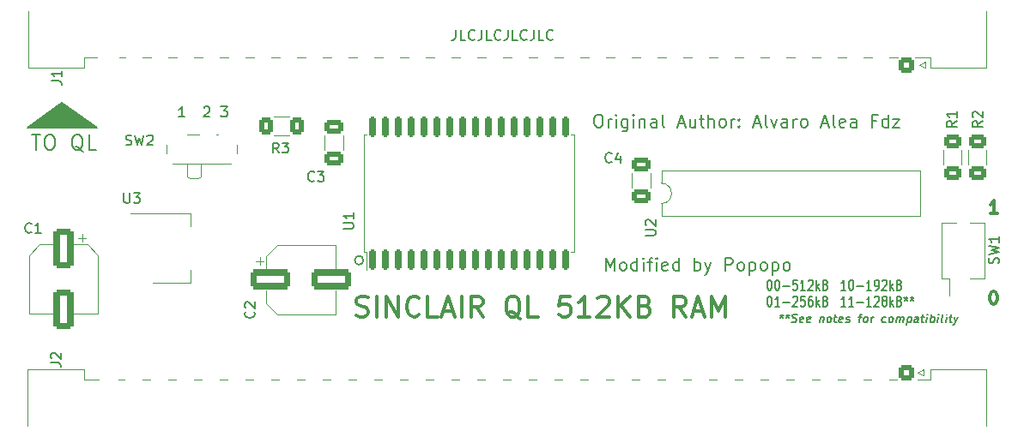
<source format=gto>
%TF.GenerationSoftware,KiCad,Pcbnew,8.0.6-8.0.6-0~ubuntu24.04.1*%
%TF.CreationDate,2024-11-30T23:26:36+01:00*%
%TF.ProjectId,qlexternal512kram_MIX,716c6578-7465-4726-9e61-6c3531326b72,3*%
%TF.SameCoordinates,Original*%
%TF.FileFunction,Legend,Top*%
%TF.FilePolarity,Positive*%
%FSLAX46Y46*%
G04 Gerber Fmt 4.6, Leading zero omitted, Abs format (unit mm)*
G04 Created by KiCad (PCBNEW 8.0.6-8.0.6-0~ubuntu24.04.1) date 2024-11-30 23:26:36*
%MOMM*%
%LPD*%
G01*
G04 APERTURE LIST*
G04 Aperture macros list*
%AMRoundRect*
0 Rectangle with rounded corners*
0 $1 Rounding radius*
0 $2 $3 $4 $5 $6 $7 $8 $9 X,Y pos of 4 corners*
0 Add a 4 corners polygon primitive as box body*
4,1,4,$2,$3,$4,$5,$6,$7,$8,$9,$2,$3,0*
0 Add four circle primitives for the rounded corners*
1,1,$1+$1,$2,$3*
1,1,$1+$1,$4,$5*
1,1,$1+$1,$6,$7*
1,1,$1+$1,$8,$9*
0 Add four rect primitives between the rounded corners*
20,1,$1+$1,$2,$3,$4,$5,0*
20,1,$1+$1,$4,$5,$6,$7,0*
20,1,$1+$1,$6,$7,$8,$9,0*
20,1,$1+$1,$8,$9,$2,$3,0*%
G04 Aperture macros list end*
%ADD10C,0.150000*%
%ADD11C,0.300000*%
%ADD12C,0.200000*%
%ADD13C,0.120000*%
%ADD14RoundRect,0.312500X-0.687500X1.662500X-0.687500X-1.662500X0.687500X-1.662500X0.687500X1.662500X0*%
%ADD15RoundRect,0.312500X-1.662500X-0.687500X1.662500X-0.687500X1.662500X0.687500X-1.662500X0.687500X0*%
%ADD16R,1.350000X0.830000*%
%ADD17R,1.000000X1.120000*%
%ADD18C,0.900000*%
%ADD19R,1.350000X0.800000*%
%ADD20R,1.100000X1.820000*%
%ADD21R,0.700000X1.820000*%
%ADD22R,2.350000X1.500000*%
%ADD23R,2.000000X3.800000*%
%ADD24R,2.350000X1.550000*%
%ADD25RoundRect,0.250000X-0.650000X0.412500X-0.650000X-0.412500X0.650000X-0.412500X0.650000X0.412500X0*%
%ADD26C,2.850000*%
%ADD27RoundRect,0.249999X0.525001X0.525001X-0.525001X0.525001X-0.525001X-0.525001X0.525001X-0.525001X0*%
%ADD28C,1.550000*%
%ADD29RoundRect,0.250000X-0.625000X0.400000X-0.625000X-0.400000X0.625000X-0.400000X0.625000X0.400000X0*%
%ADD30R,0.760000X1.270000*%
%ADD31RoundRect,0.249999X-0.525001X-0.525001X0.525001X-0.525001X0.525001X0.525001X-0.525001X0.525001X0*%
%ADD32RoundRect,0.250000X0.400000X0.625000X-0.400000X0.625000X-0.400000X-0.625000X0.400000X-0.625000X0*%
%ADD33R,1.600000X2.400000*%
%ADD34O,1.600000X2.400000*%
%ADD35RoundRect,0.150000X0.150000X-0.875000X0.150000X0.875000X-0.150000X0.875000X-0.150000X-0.875000X0*%
G04 APERTURE END LIST*
D10*
X127489418Y-77105000D02*
G75*
G02*
X126630582Y-77105000I-429418J0D01*
G01*
X126630582Y-77105000D02*
G75*
G02*
X127489418Y-77105000I429418J0D01*
G01*
X101170000Y-64015000D02*
X94340000Y-64015000D01*
X94350000Y-63995000D01*
X97760000Y-61515000D01*
X101170000Y-64015000D01*
G36*
X101170000Y-64015000D02*
G01*
X94340000Y-64015000D01*
X94350000Y-63995000D01*
X97760000Y-61515000D01*
X101170000Y-64015000D01*
G37*
D11*
X190029748Y-72476423D02*
X189315463Y-72476423D01*
X189672606Y-72476423D02*
X189672606Y-71226423D01*
X189672606Y-71226423D02*
X189553558Y-71404995D01*
X189553558Y-71404995D02*
X189434510Y-71524042D01*
X189434510Y-71524042D02*
X189315463Y-71583566D01*
D12*
X94774435Y-64701028D02*
X95631578Y-64701028D01*
X95203006Y-66201028D02*
X95203006Y-64701028D01*
X96417292Y-64701028D02*
X96703006Y-64701028D01*
X96703006Y-64701028D02*
X96845863Y-64772457D01*
X96845863Y-64772457D02*
X96988720Y-64915314D01*
X96988720Y-64915314D02*
X97060149Y-65201028D01*
X97060149Y-65201028D02*
X97060149Y-65701028D01*
X97060149Y-65701028D02*
X96988720Y-65986742D01*
X96988720Y-65986742D02*
X96845863Y-66129600D01*
X96845863Y-66129600D02*
X96703006Y-66201028D01*
X96703006Y-66201028D02*
X96417292Y-66201028D01*
X96417292Y-66201028D02*
X96274435Y-66129600D01*
X96274435Y-66129600D02*
X96131577Y-65986742D01*
X96131577Y-65986742D02*
X96060149Y-65701028D01*
X96060149Y-65701028D02*
X96060149Y-65201028D01*
X96060149Y-65201028D02*
X96131577Y-64915314D01*
X96131577Y-64915314D02*
X96274435Y-64772457D01*
X96274435Y-64772457D02*
X96417292Y-64701028D01*
X99845863Y-66343885D02*
X99703006Y-66272457D01*
X99703006Y-66272457D02*
X99560149Y-66129600D01*
X99560149Y-66129600D02*
X99345863Y-65915314D01*
X99345863Y-65915314D02*
X99203006Y-65843885D01*
X99203006Y-65843885D02*
X99060149Y-65843885D01*
X99131578Y-66201028D02*
X98988721Y-66129600D01*
X98988721Y-66129600D02*
X98845863Y-65986742D01*
X98845863Y-65986742D02*
X98774435Y-65701028D01*
X98774435Y-65701028D02*
X98774435Y-65201028D01*
X98774435Y-65201028D02*
X98845863Y-64915314D01*
X98845863Y-64915314D02*
X98988721Y-64772457D01*
X98988721Y-64772457D02*
X99131578Y-64701028D01*
X99131578Y-64701028D02*
X99417292Y-64701028D01*
X99417292Y-64701028D02*
X99560149Y-64772457D01*
X99560149Y-64772457D02*
X99703006Y-64915314D01*
X99703006Y-64915314D02*
X99774435Y-65201028D01*
X99774435Y-65201028D02*
X99774435Y-65701028D01*
X99774435Y-65701028D02*
X99703006Y-65986742D01*
X99703006Y-65986742D02*
X99560149Y-66129600D01*
X99560149Y-66129600D02*
X99417292Y-66201028D01*
X99417292Y-66201028D02*
X99131578Y-66201028D01*
X101131578Y-66201028D02*
X100417292Y-66201028D01*
X100417292Y-66201028D02*
X100417292Y-64701028D01*
D10*
X136600951Y-54339819D02*
X136600951Y-55054104D01*
X136600951Y-55054104D02*
X136553332Y-55196961D01*
X136553332Y-55196961D02*
X136458094Y-55292200D01*
X136458094Y-55292200D02*
X136315237Y-55339819D01*
X136315237Y-55339819D02*
X136219999Y-55339819D01*
X137553332Y-55339819D02*
X137077142Y-55339819D01*
X137077142Y-55339819D02*
X137077142Y-54339819D01*
X138458094Y-55244580D02*
X138410475Y-55292200D01*
X138410475Y-55292200D02*
X138267618Y-55339819D01*
X138267618Y-55339819D02*
X138172380Y-55339819D01*
X138172380Y-55339819D02*
X138029523Y-55292200D01*
X138029523Y-55292200D02*
X137934285Y-55196961D01*
X137934285Y-55196961D02*
X137886666Y-55101723D01*
X137886666Y-55101723D02*
X137839047Y-54911247D01*
X137839047Y-54911247D02*
X137839047Y-54768390D01*
X137839047Y-54768390D02*
X137886666Y-54577914D01*
X137886666Y-54577914D02*
X137934285Y-54482676D01*
X137934285Y-54482676D02*
X138029523Y-54387438D01*
X138029523Y-54387438D02*
X138172380Y-54339819D01*
X138172380Y-54339819D02*
X138267618Y-54339819D01*
X138267618Y-54339819D02*
X138410475Y-54387438D01*
X138410475Y-54387438D02*
X138458094Y-54435057D01*
X139172380Y-54339819D02*
X139172380Y-55054104D01*
X139172380Y-55054104D02*
X139124761Y-55196961D01*
X139124761Y-55196961D02*
X139029523Y-55292200D01*
X139029523Y-55292200D02*
X138886666Y-55339819D01*
X138886666Y-55339819D02*
X138791428Y-55339819D01*
X140124761Y-55339819D02*
X139648571Y-55339819D01*
X139648571Y-55339819D02*
X139648571Y-54339819D01*
X141029523Y-55244580D02*
X140981904Y-55292200D01*
X140981904Y-55292200D02*
X140839047Y-55339819D01*
X140839047Y-55339819D02*
X140743809Y-55339819D01*
X140743809Y-55339819D02*
X140600952Y-55292200D01*
X140600952Y-55292200D02*
X140505714Y-55196961D01*
X140505714Y-55196961D02*
X140458095Y-55101723D01*
X140458095Y-55101723D02*
X140410476Y-54911247D01*
X140410476Y-54911247D02*
X140410476Y-54768390D01*
X140410476Y-54768390D02*
X140458095Y-54577914D01*
X140458095Y-54577914D02*
X140505714Y-54482676D01*
X140505714Y-54482676D02*
X140600952Y-54387438D01*
X140600952Y-54387438D02*
X140743809Y-54339819D01*
X140743809Y-54339819D02*
X140839047Y-54339819D01*
X140839047Y-54339819D02*
X140981904Y-54387438D01*
X140981904Y-54387438D02*
X141029523Y-54435057D01*
X141743809Y-54339819D02*
X141743809Y-55054104D01*
X141743809Y-55054104D02*
X141696190Y-55196961D01*
X141696190Y-55196961D02*
X141600952Y-55292200D01*
X141600952Y-55292200D02*
X141458095Y-55339819D01*
X141458095Y-55339819D02*
X141362857Y-55339819D01*
X142696190Y-55339819D02*
X142220000Y-55339819D01*
X142220000Y-55339819D02*
X142220000Y-54339819D01*
X143600952Y-55244580D02*
X143553333Y-55292200D01*
X143553333Y-55292200D02*
X143410476Y-55339819D01*
X143410476Y-55339819D02*
X143315238Y-55339819D01*
X143315238Y-55339819D02*
X143172381Y-55292200D01*
X143172381Y-55292200D02*
X143077143Y-55196961D01*
X143077143Y-55196961D02*
X143029524Y-55101723D01*
X143029524Y-55101723D02*
X142981905Y-54911247D01*
X142981905Y-54911247D02*
X142981905Y-54768390D01*
X142981905Y-54768390D02*
X143029524Y-54577914D01*
X143029524Y-54577914D02*
X143077143Y-54482676D01*
X143077143Y-54482676D02*
X143172381Y-54387438D01*
X143172381Y-54387438D02*
X143315238Y-54339819D01*
X143315238Y-54339819D02*
X143410476Y-54339819D01*
X143410476Y-54339819D02*
X143553333Y-54387438D01*
X143553333Y-54387438D02*
X143600952Y-54435057D01*
X144315238Y-54339819D02*
X144315238Y-55054104D01*
X144315238Y-55054104D02*
X144267619Y-55196961D01*
X144267619Y-55196961D02*
X144172381Y-55292200D01*
X144172381Y-55292200D02*
X144029524Y-55339819D01*
X144029524Y-55339819D02*
X143934286Y-55339819D01*
X145267619Y-55339819D02*
X144791429Y-55339819D01*
X144791429Y-55339819D02*
X144791429Y-54339819D01*
X146172381Y-55244580D02*
X146124762Y-55292200D01*
X146124762Y-55292200D02*
X145981905Y-55339819D01*
X145981905Y-55339819D02*
X145886667Y-55339819D01*
X145886667Y-55339819D02*
X145743810Y-55292200D01*
X145743810Y-55292200D02*
X145648572Y-55196961D01*
X145648572Y-55196961D02*
X145600953Y-55101723D01*
X145600953Y-55101723D02*
X145553334Y-54911247D01*
X145553334Y-54911247D02*
X145553334Y-54768390D01*
X145553334Y-54768390D02*
X145600953Y-54577914D01*
X145600953Y-54577914D02*
X145648572Y-54482676D01*
X145648572Y-54482676D02*
X145743810Y-54387438D01*
X145743810Y-54387438D02*
X145886667Y-54339819D01*
X145886667Y-54339819D02*
X145981905Y-54339819D01*
X145981905Y-54339819D02*
X146124762Y-54387438D01*
X146124762Y-54387438D02*
X146172381Y-54435057D01*
X168768684Y-82419295D02*
X168744874Y-82609771D01*
X168563922Y-82533580D02*
X168744874Y-82609771D01*
X168744874Y-82609771D02*
X168944874Y-82533580D01*
X168611541Y-82762152D02*
X168744874Y-82609771D01*
X168744874Y-82609771D02*
X168840112Y-82762152D01*
X169378208Y-82419295D02*
X169354398Y-82609771D01*
X169173446Y-82533580D02*
X169354398Y-82609771D01*
X169354398Y-82609771D02*
X169554398Y-82533580D01*
X169221065Y-82762152D02*
X169354398Y-82609771D01*
X169354398Y-82609771D02*
X169449636Y-82762152D01*
X169740112Y-83181200D02*
X169849636Y-83219295D01*
X169849636Y-83219295D02*
X170040112Y-83219295D01*
X170040112Y-83219295D02*
X170121065Y-83181200D01*
X170121065Y-83181200D02*
X170163922Y-83143104D01*
X170163922Y-83143104D02*
X170211541Y-83066914D01*
X170211541Y-83066914D02*
X170221065Y-82990723D01*
X170221065Y-82990723D02*
X170192493Y-82914533D01*
X170192493Y-82914533D02*
X170159160Y-82876438D01*
X170159160Y-82876438D02*
X170087732Y-82838342D01*
X170087732Y-82838342D02*
X169940112Y-82800247D01*
X169940112Y-82800247D02*
X169868684Y-82762152D01*
X169868684Y-82762152D02*
X169835351Y-82724057D01*
X169835351Y-82724057D02*
X169806779Y-82647866D01*
X169806779Y-82647866D02*
X169816303Y-82571676D01*
X169816303Y-82571676D02*
X169863922Y-82495485D01*
X169863922Y-82495485D02*
X169906779Y-82457390D01*
X169906779Y-82457390D02*
X169987732Y-82419295D01*
X169987732Y-82419295D02*
X170178208Y-82419295D01*
X170178208Y-82419295D02*
X170287732Y-82457390D01*
X170844875Y-83181200D02*
X170763922Y-83219295D01*
X170763922Y-83219295D02*
X170611541Y-83219295D01*
X170611541Y-83219295D02*
X170540113Y-83181200D01*
X170540113Y-83181200D02*
X170511541Y-83105009D01*
X170511541Y-83105009D02*
X170549637Y-82800247D01*
X170549637Y-82800247D02*
X170597256Y-82724057D01*
X170597256Y-82724057D02*
X170678208Y-82685961D01*
X170678208Y-82685961D02*
X170830589Y-82685961D01*
X170830589Y-82685961D02*
X170902017Y-82724057D01*
X170902017Y-82724057D02*
X170930589Y-82800247D01*
X170930589Y-82800247D02*
X170921065Y-82876438D01*
X170921065Y-82876438D02*
X170530589Y-82952628D01*
X171530589Y-83181200D02*
X171449636Y-83219295D01*
X171449636Y-83219295D02*
X171297255Y-83219295D01*
X171297255Y-83219295D02*
X171225827Y-83181200D01*
X171225827Y-83181200D02*
X171197255Y-83105009D01*
X171197255Y-83105009D02*
X171235351Y-82800247D01*
X171235351Y-82800247D02*
X171282970Y-82724057D01*
X171282970Y-82724057D02*
X171363922Y-82685961D01*
X171363922Y-82685961D02*
X171516303Y-82685961D01*
X171516303Y-82685961D02*
X171587731Y-82724057D01*
X171587731Y-82724057D02*
X171616303Y-82800247D01*
X171616303Y-82800247D02*
X171606779Y-82876438D01*
X171606779Y-82876438D02*
X171216303Y-82952628D01*
X172582969Y-82685961D02*
X172516303Y-83219295D01*
X172573446Y-82762152D02*
X172616303Y-82724057D01*
X172616303Y-82724057D02*
X172697255Y-82685961D01*
X172697255Y-82685961D02*
X172811541Y-82685961D01*
X172811541Y-82685961D02*
X172882969Y-82724057D01*
X172882969Y-82724057D02*
X172911541Y-82800247D01*
X172911541Y-82800247D02*
X172859160Y-83219295D01*
X173354399Y-83219295D02*
X173282970Y-83181200D01*
X173282970Y-83181200D02*
X173249637Y-83143104D01*
X173249637Y-83143104D02*
X173221065Y-83066914D01*
X173221065Y-83066914D02*
X173249637Y-82838342D01*
X173249637Y-82838342D02*
X173297256Y-82762152D01*
X173297256Y-82762152D02*
X173340113Y-82724057D01*
X173340113Y-82724057D02*
X173421065Y-82685961D01*
X173421065Y-82685961D02*
X173535351Y-82685961D01*
X173535351Y-82685961D02*
X173606779Y-82724057D01*
X173606779Y-82724057D02*
X173640113Y-82762152D01*
X173640113Y-82762152D02*
X173668684Y-82838342D01*
X173668684Y-82838342D02*
X173640113Y-83066914D01*
X173640113Y-83066914D02*
X173592494Y-83143104D01*
X173592494Y-83143104D02*
X173549637Y-83181200D01*
X173549637Y-83181200D02*
X173468684Y-83219295D01*
X173468684Y-83219295D02*
X173354399Y-83219295D01*
X173916304Y-82685961D02*
X174221066Y-82685961D01*
X174063923Y-82419295D02*
X173978209Y-83105009D01*
X173978209Y-83105009D02*
X174006780Y-83181200D01*
X174006780Y-83181200D02*
X174078209Y-83219295D01*
X174078209Y-83219295D02*
X174154399Y-83219295D01*
X174730590Y-83181200D02*
X174649637Y-83219295D01*
X174649637Y-83219295D02*
X174497256Y-83219295D01*
X174497256Y-83219295D02*
X174425828Y-83181200D01*
X174425828Y-83181200D02*
X174397256Y-83105009D01*
X174397256Y-83105009D02*
X174435352Y-82800247D01*
X174435352Y-82800247D02*
X174482971Y-82724057D01*
X174482971Y-82724057D02*
X174563923Y-82685961D01*
X174563923Y-82685961D02*
X174716304Y-82685961D01*
X174716304Y-82685961D02*
X174787732Y-82724057D01*
X174787732Y-82724057D02*
X174816304Y-82800247D01*
X174816304Y-82800247D02*
X174806780Y-82876438D01*
X174806780Y-82876438D02*
X174416304Y-82952628D01*
X175073446Y-83181200D02*
X175144875Y-83219295D01*
X175144875Y-83219295D02*
X175297256Y-83219295D01*
X175297256Y-83219295D02*
X175378208Y-83181200D01*
X175378208Y-83181200D02*
X175425827Y-83105009D01*
X175425827Y-83105009D02*
X175430589Y-83066914D01*
X175430589Y-83066914D02*
X175402018Y-82990723D01*
X175402018Y-82990723D02*
X175330589Y-82952628D01*
X175330589Y-82952628D02*
X175216304Y-82952628D01*
X175216304Y-82952628D02*
X175144875Y-82914533D01*
X175144875Y-82914533D02*
X175116304Y-82838342D01*
X175116304Y-82838342D02*
X175121066Y-82800247D01*
X175121066Y-82800247D02*
X175168685Y-82724057D01*
X175168685Y-82724057D02*
X175249637Y-82685961D01*
X175249637Y-82685961D02*
X175363923Y-82685961D01*
X175363923Y-82685961D02*
X175435351Y-82724057D01*
X176316304Y-82685961D02*
X176621066Y-82685961D01*
X176363923Y-83219295D02*
X176449637Y-82533580D01*
X176449637Y-82533580D02*
X176497256Y-82457390D01*
X176497256Y-82457390D02*
X176578209Y-82419295D01*
X176578209Y-82419295D02*
X176654399Y-82419295D01*
X176935352Y-83219295D02*
X176863923Y-83181200D01*
X176863923Y-83181200D02*
X176830590Y-83143104D01*
X176830590Y-83143104D02*
X176802018Y-83066914D01*
X176802018Y-83066914D02*
X176830590Y-82838342D01*
X176830590Y-82838342D02*
X176878209Y-82762152D01*
X176878209Y-82762152D02*
X176921066Y-82724057D01*
X176921066Y-82724057D02*
X177002018Y-82685961D01*
X177002018Y-82685961D02*
X177116304Y-82685961D01*
X177116304Y-82685961D02*
X177187732Y-82724057D01*
X177187732Y-82724057D02*
X177221066Y-82762152D01*
X177221066Y-82762152D02*
X177249637Y-82838342D01*
X177249637Y-82838342D02*
X177221066Y-83066914D01*
X177221066Y-83066914D02*
X177173447Y-83143104D01*
X177173447Y-83143104D02*
X177130590Y-83181200D01*
X177130590Y-83181200D02*
X177049637Y-83219295D01*
X177049637Y-83219295D02*
X176935352Y-83219295D01*
X177544876Y-83219295D02*
X177611542Y-82685961D01*
X177592495Y-82838342D02*
X177640114Y-82762152D01*
X177640114Y-82762152D02*
X177682971Y-82724057D01*
X177682971Y-82724057D02*
X177763923Y-82685961D01*
X177763923Y-82685961D02*
X177840114Y-82685961D01*
X178997257Y-83181200D02*
X178916304Y-83219295D01*
X178916304Y-83219295D02*
X178763924Y-83219295D01*
X178763924Y-83219295D02*
X178692495Y-83181200D01*
X178692495Y-83181200D02*
X178659162Y-83143104D01*
X178659162Y-83143104D02*
X178630590Y-83066914D01*
X178630590Y-83066914D02*
X178659162Y-82838342D01*
X178659162Y-82838342D02*
X178706781Y-82762152D01*
X178706781Y-82762152D02*
X178749638Y-82724057D01*
X178749638Y-82724057D02*
X178830590Y-82685961D01*
X178830590Y-82685961D02*
X178982971Y-82685961D01*
X178982971Y-82685961D02*
X179054400Y-82724057D01*
X179449638Y-83219295D02*
X179378209Y-83181200D01*
X179378209Y-83181200D02*
X179344876Y-83143104D01*
X179344876Y-83143104D02*
X179316304Y-83066914D01*
X179316304Y-83066914D02*
X179344876Y-82838342D01*
X179344876Y-82838342D02*
X179392495Y-82762152D01*
X179392495Y-82762152D02*
X179435352Y-82724057D01*
X179435352Y-82724057D02*
X179516304Y-82685961D01*
X179516304Y-82685961D02*
X179630590Y-82685961D01*
X179630590Y-82685961D02*
X179702018Y-82724057D01*
X179702018Y-82724057D02*
X179735352Y-82762152D01*
X179735352Y-82762152D02*
X179763923Y-82838342D01*
X179763923Y-82838342D02*
X179735352Y-83066914D01*
X179735352Y-83066914D02*
X179687733Y-83143104D01*
X179687733Y-83143104D02*
X179644876Y-83181200D01*
X179644876Y-83181200D02*
X179563923Y-83219295D01*
X179563923Y-83219295D02*
X179449638Y-83219295D01*
X180059162Y-83219295D02*
X180125828Y-82685961D01*
X180116305Y-82762152D02*
X180159162Y-82724057D01*
X180159162Y-82724057D02*
X180240114Y-82685961D01*
X180240114Y-82685961D02*
X180354400Y-82685961D01*
X180354400Y-82685961D02*
X180425828Y-82724057D01*
X180425828Y-82724057D02*
X180454400Y-82800247D01*
X180454400Y-82800247D02*
X180402019Y-83219295D01*
X180454400Y-82800247D02*
X180502019Y-82724057D01*
X180502019Y-82724057D02*
X180582971Y-82685961D01*
X180582971Y-82685961D02*
X180697257Y-82685961D01*
X180697257Y-82685961D02*
X180768686Y-82724057D01*
X180768686Y-82724057D02*
X180797257Y-82800247D01*
X180797257Y-82800247D02*
X180744876Y-83219295D01*
X181192495Y-82685961D02*
X181092495Y-83485961D01*
X181187734Y-82724057D02*
X181268686Y-82685961D01*
X181268686Y-82685961D02*
X181421067Y-82685961D01*
X181421067Y-82685961D02*
X181492495Y-82724057D01*
X181492495Y-82724057D02*
X181525829Y-82762152D01*
X181525829Y-82762152D02*
X181554400Y-82838342D01*
X181554400Y-82838342D02*
X181525829Y-83066914D01*
X181525829Y-83066914D02*
X181478210Y-83143104D01*
X181478210Y-83143104D02*
X181435353Y-83181200D01*
X181435353Y-83181200D02*
X181354400Y-83219295D01*
X181354400Y-83219295D02*
X181202019Y-83219295D01*
X181202019Y-83219295D02*
X181130591Y-83181200D01*
X182192496Y-83219295D02*
X182244877Y-82800247D01*
X182244877Y-82800247D02*
X182216305Y-82724057D01*
X182216305Y-82724057D02*
X182144877Y-82685961D01*
X182144877Y-82685961D02*
X181992496Y-82685961D01*
X181992496Y-82685961D02*
X181911544Y-82724057D01*
X182197258Y-83181200D02*
X182116305Y-83219295D01*
X182116305Y-83219295D02*
X181925829Y-83219295D01*
X181925829Y-83219295D02*
X181854401Y-83181200D01*
X181854401Y-83181200D02*
X181825829Y-83105009D01*
X181825829Y-83105009D02*
X181835353Y-83028819D01*
X181835353Y-83028819D02*
X181882972Y-82952628D01*
X181882972Y-82952628D02*
X181963925Y-82914533D01*
X181963925Y-82914533D02*
X182154401Y-82914533D01*
X182154401Y-82914533D02*
X182235353Y-82876438D01*
X182525830Y-82685961D02*
X182830592Y-82685961D01*
X182673449Y-82419295D02*
X182587735Y-83105009D01*
X182587735Y-83105009D02*
X182616306Y-83181200D01*
X182616306Y-83181200D02*
X182687735Y-83219295D01*
X182687735Y-83219295D02*
X182763925Y-83219295D01*
X183030592Y-83219295D02*
X183097258Y-82685961D01*
X183130592Y-82419295D02*
X183087735Y-82457390D01*
X183087735Y-82457390D02*
X183121068Y-82495485D01*
X183121068Y-82495485D02*
X183163925Y-82457390D01*
X183163925Y-82457390D02*
X183130592Y-82419295D01*
X183130592Y-82419295D02*
X183121068Y-82495485D01*
X183411544Y-83219295D02*
X183511544Y-82419295D01*
X183473449Y-82724057D02*
X183554401Y-82685961D01*
X183554401Y-82685961D02*
X183706782Y-82685961D01*
X183706782Y-82685961D02*
X183778210Y-82724057D01*
X183778210Y-82724057D02*
X183811544Y-82762152D01*
X183811544Y-82762152D02*
X183840115Y-82838342D01*
X183840115Y-82838342D02*
X183811544Y-83066914D01*
X183811544Y-83066914D02*
X183763925Y-83143104D01*
X183763925Y-83143104D02*
X183721068Y-83181200D01*
X183721068Y-83181200D02*
X183640115Y-83219295D01*
X183640115Y-83219295D02*
X183487734Y-83219295D01*
X183487734Y-83219295D02*
X183416306Y-83181200D01*
X184135354Y-83219295D02*
X184202020Y-82685961D01*
X184235354Y-82419295D02*
X184192497Y-82457390D01*
X184192497Y-82457390D02*
X184225830Y-82495485D01*
X184225830Y-82495485D02*
X184268687Y-82457390D01*
X184268687Y-82457390D02*
X184235354Y-82419295D01*
X184235354Y-82419295D02*
X184225830Y-82495485D01*
X184630592Y-83219295D02*
X184559163Y-83181200D01*
X184559163Y-83181200D02*
X184530592Y-83105009D01*
X184530592Y-83105009D02*
X184616306Y-82419295D01*
X184935354Y-83219295D02*
X185002020Y-82685961D01*
X185035354Y-82419295D02*
X184992497Y-82457390D01*
X184992497Y-82457390D02*
X185025830Y-82495485D01*
X185025830Y-82495485D02*
X185068687Y-82457390D01*
X185068687Y-82457390D02*
X185035354Y-82419295D01*
X185035354Y-82419295D02*
X185025830Y-82495485D01*
X185268687Y-82685961D02*
X185573449Y-82685961D01*
X185416306Y-82419295D02*
X185330592Y-83105009D01*
X185330592Y-83105009D02*
X185359163Y-83181200D01*
X185359163Y-83181200D02*
X185430592Y-83219295D01*
X185430592Y-83219295D02*
X185506782Y-83219295D01*
X185763925Y-82685961D02*
X185887735Y-83219295D01*
X186144877Y-82685961D02*
X185887735Y-83219295D01*
X185887735Y-83219295D02*
X185787735Y-83409771D01*
X185787735Y-83409771D02*
X185744877Y-83447866D01*
X185744877Y-83447866D02*
X185663925Y-83485961D01*
X175078207Y-80054847D02*
X174621064Y-80054847D01*
X174849636Y-80054847D02*
X174849636Y-79054847D01*
X174849636Y-79054847D02*
X174773445Y-79197704D01*
X174773445Y-79197704D02*
X174697255Y-79292942D01*
X174697255Y-79292942D02*
X174621064Y-79340561D01*
X175573446Y-79054847D02*
X175649636Y-79054847D01*
X175649636Y-79054847D02*
X175725827Y-79102466D01*
X175725827Y-79102466D02*
X175763922Y-79150085D01*
X175763922Y-79150085D02*
X175802017Y-79245323D01*
X175802017Y-79245323D02*
X175840112Y-79435799D01*
X175840112Y-79435799D02*
X175840112Y-79673894D01*
X175840112Y-79673894D02*
X175802017Y-79864370D01*
X175802017Y-79864370D02*
X175763922Y-79959608D01*
X175763922Y-79959608D02*
X175725827Y-80007228D01*
X175725827Y-80007228D02*
X175649636Y-80054847D01*
X175649636Y-80054847D02*
X175573446Y-80054847D01*
X175573446Y-80054847D02*
X175497255Y-80007228D01*
X175497255Y-80007228D02*
X175459160Y-79959608D01*
X175459160Y-79959608D02*
X175421065Y-79864370D01*
X175421065Y-79864370D02*
X175382969Y-79673894D01*
X175382969Y-79673894D02*
X175382969Y-79435799D01*
X175382969Y-79435799D02*
X175421065Y-79245323D01*
X175421065Y-79245323D02*
X175459160Y-79150085D01*
X175459160Y-79150085D02*
X175497255Y-79102466D01*
X175497255Y-79102466D02*
X175573446Y-79054847D01*
X176182970Y-79673894D02*
X176792494Y-79673894D01*
X177592493Y-80054847D02*
X177135350Y-80054847D01*
X177363922Y-80054847D02*
X177363922Y-79054847D01*
X177363922Y-79054847D02*
X177287731Y-79197704D01*
X177287731Y-79197704D02*
X177211541Y-79292942D01*
X177211541Y-79292942D02*
X177135350Y-79340561D01*
X177973446Y-80054847D02*
X178125827Y-80054847D01*
X178125827Y-80054847D02*
X178202017Y-80007228D01*
X178202017Y-80007228D02*
X178240113Y-79959608D01*
X178240113Y-79959608D02*
X178316303Y-79816751D01*
X178316303Y-79816751D02*
X178354398Y-79626275D01*
X178354398Y-79626275D02*
X178354398Y-79245323D01*
X178354398Y-79245323D02*
X178316303Y-79150085D01*
X178316303Y-79150085D02*
X178278208Y-79102466D01*
X178278208Y-79102466D02*
X178202017Y-79054847D01*
X178202017Y-79054847D02*
X178049636Y-79054847D01*
X178049636Y-79054847D02*
X177973446Y-79102466D01*
X177973446Y-79102466D02*
X177935351Y-79150085D01*
X177935351Y-79150085D02*
X177897255Y-79245323D01*
X177897255Y-79245323D02*
X177897255Y-79483418D01*
X177897255Y-79483418D02*
X177935351Y-79578656D01*
X177935351Y-79578656D02*
X177973446Y-79626275D01*
X177973446Y-79626275D02*
X178049636Y-79673894D01*
X178049636Y-79673894D02*
X178202017Y-79673894D01*
X178202017Y-79673894D02*
X178278208Y-79626275D01*
X178278208Y-79626275D02*
X178316303Y-79578656D01*
X178316303Y-79578656D02*
X178354398Y-79483418D01*
X178659160Y-79150085D02*
X178697256Y-79102466D01*
X178697256Y-79102466D02*
X178773446Y-79054847D01*
X178773446Y-79054847D02*
X178963922Y-79054847D01*
X178963922Y-79054847D02*
X179040113Y-79102466D01*
X179040113Y-79102466D02*
X179078208Y-79150085D01*
X179078208Y-79150085D02*
X179116303Y-79245323D01*
X179116303Y-79245323D02*
X179116303Y-79340561D01*
X179116303Y-79340561D02*
X179078208Y-79483418D01*
X179078208Y-79483418D02*
X178621065Y-80054847D01*
X178621065Y-80054847D02*
X179116303Y-80054847D01*
X179459161Y-80054847D02*
X179459161Y-79054847D01*
X179535351Y-79673894D02*
X179763923Y-80054847D01*
X179763923Y-79388180D02*
X179459161Y-79769132D01*
X180373446Y-79531037D02*
X180487732Y-79578656D01*
X180487732Y-79578656D02*
X180525827Y-79626275D01*
X180525827Y-79626275D02*
X180563923Y-79721513D01*
X180563923Y-79721513D02*
X180563923Y-79864370D01*
X180563923Y-79864370D02*
X180525827Y-79959608D01*
X180525827Y-79959608D02*
X180487732Y-80007228D01*
X180487732Y-80007228D02*
X180411542Y-80054847D01*
X180411542Y-80054847D02*
X180106780Y-80054847D01*
X180106780Y-80054847D02*
X180106780Y-79054847D01*
X180106780Y-79054847D02*
X180373446Y-79054847D01*
X180373446Y-79054847D02*
X180449637Y-79102466D01*
X180449637Y-79102466D02*
X180487732Y-79150085D01*
X180487732Y-79150085D02*
X180525827Y-79245323D01*
X180525827Y-79245323D02*
X180525827Y-79340561D01*
X180525827Y-79340561D02*
X180487732Y-79435799D01*
X180487732Y-79435799D02*
X180449637Y-79483418D01*
X180449637Y-79483418D02*
X180373446Y-79531037D01*
X180373446Y-79531037D02*
X180106780Y-79531037D01*
X175078207Y-81664791D02*
X174621064Y-81664791D01*
X174849636Y-81664791D02*
X174849636Y-80664791D01*
X174849636Y-80664791D02*
X174773445Y-80807648D01*
X174773445Y-80807648D02*
X174697255Y-80902886D01*
X174697255Y-80902886D02*
X174621064Y-80950505D01*
X175840112Y-81664791D02*
X175382969Y-81664791D01*
X175611541Y-81664791D02*
X175611541Y-80664791D01*
X175611541Y-80664791D02*
X175535350Y-80807648D01*
X175535350Y-80807648D02*
X175459160Y-80902886D01*
X175459160Y-80902886D02*
X175382969Y-80950505D01*
X176182970Y-81283838D02*
X176792494Y-81283838D01*
X177592493Y-81664791D02*
X177135350Y-81664791D01*
X177363922Y-81664791D02*
X177363922Y-80664791D01*
X177363922Y-80664791D02*
X177287731Y-80807648D01*
X177287731Y-80807648D02*
X177211541Y-80902886D01*
X177211541Y-80902886D02*
X177135350Y-80950505D01*
X177897255Y-80760029D02*
X177935351Y-80712410D01*
X177935351Y-80712410D02*
X178011541Y-80664791D01*
X178011541Y-80664791D02*
X178202017Y-80664791D01*
X178202017Y-80664791D02*
X178278208Y-80712410D01*
X178278208Y-80712410D02*
X178316303Y-80760029D01*
X178316303Y-80760029D02*
X178354398Y-80855267D01*
X178354398Y-80855267D02*
X178354398Y-80950505D01*
X178354398Y-80950505D02*
X178316303Y-81093362D01*
X178316303Y-81093362D02*
X177859160Y-81664791D01*
X177859160Y-81664791D02*
X178354398Y-81664791D01*
X178811541Y-81093362D02*
X178735351Y-81045743D01*
X178735351Y-81045743D02*
X178697256Y-80998124D01*
X178697256Y-80998124D02*
X178659160Y-80902886D01*
X178659160Y-80902886D02*
X178659160Y-80855267D01*
X178659160Y-80855267D02*
X178697256Y-80760029D01*
X178697256Y-80760029D02*
X178735351Y-80712410D01*
X178735351Y-80712410D02*
X178811541Y-80664791D01*
X178811541Y-80664791D02*
X178963922Y-80664791D01*
X178963922Y-80664791D02*
X179040113Y-80712410D01*
X179040113Y-80712410D02*
X179078208Y-80760029D01*
X179078208Y-80760029D02*
X179116303Y-80855267D01*
X179116303Y-80855267D02*
X179116303Y-80902886D01*
X179116303Y-80902886D02*
X179078208Y-80998124D01*
X179078208Y-80998124D02*
X179040113Y-81045743D01*
X179040113Y-81045743D02*
X178963922Y-81093362D01*
X178963922Y-81093362D02*
X178811541Y-81093362D01*
X178811541Y-81093362D02*
X178735351Y-81140981D01*
X178735351Y-81140981D02*
X178697256Y-81188600D01*
X178697256Y-81188600D02*
X178659160Y-81283838D01*
X178659160Y-81283838D02*
X178659160Y-81474314D01*
X178659160Y-81474314D02*
X178697256Y-81569552D01*
X178697256Y-81569552D02*
X178735351Y-81617172D01*
X178735351Y-81617172D02*
X178811541Y-81664791D01*
X178811541Y-81664791D02*
X178963922Y-81664791D01*
X178963922Y-81664791D02*
X179040113Y-81617172D01*
X179040113Y-81617172D02*
X179078208Y-81569552D01*
X179078208Y-81569552D02*
X179116303Y-81474314D01*
X179116303Y-81474314D02*
X179116303Y-81283838D01*
X179116303Y-81283838D02*
X179078208Y-81188600D01*
X179078208Y-81188600D02*
X179040113Y-81140981D01*
X179040113Y-81140981D02*
X178963922Y-81093362D01*
X179459161Y-81664791D02*
X179459161Y-80664791D01*
X179535351Y-81283838D02*
X179763923Y-81664791D01*
X179763923Y-80998124D02*
X179459161Y-81379076D01*
X180373446Y-81140981D02*
X180487732Y-81188600D01*
X180487732Y-81188600D02*
X180525827Y-81236219D01*
X180525827Y-81236219D02*
X180563923Y-81331457D01*
X180563923Y-81331457D02*
X180563923Y-81474314D01*
X180563923Y-81474314D02*
X180525827Y-81569552D01*
X180525827Y-81569552D02*
X180487732Y-81617172D01*
X180487732Y-81617172D02*
X180411542Y-81664791D01*
X180411542Y-81664791D02*
X180106780Y-81664791D01*
X180106780Y-81664791D02*
X180106780Y-80664791D01*
X180106780Y-80664791D02*
X180373446Y-80664791D01*
X180373446Y-80664791D02*
X180449637Y-80712410D01*
X180449637Y-80712410D02*
X180487732Y-80760029D01*
X180487732Y-80760029D02*
X180525827Y-80855267D01*
X180525827Y-80855267D02*
X180525827Y-80950505D01*
X180525827Y-80950505D02*
X180487732Y-81045743D01*
X180487732Y-81045743D02*
X180449637Y-81093362D01*
X180449637Y-81093362D02*
X180373446Y-81140981D01*
X180373446Y-81140981D02*
X180106780Y-81140981D01*
X181021065Y-80664791D02*
X181021065Y-80902886D01*
X180830589Y-80807648D02*
X181021065Y-80902886D01*
X181021065Y-80902886D02*
X181211542Y-80807648D01*
X180906780Y-81093362D02*
X181021065Y-80902886D01*
X181021065Y-80902886D02*
X181135351Y-81093362D01*
X181630589Y-80664791D02*
X181630589Y-80902886D01*
X181440113Y-80807648D02*
X181630589Y-80902886D01*
X181630589Y-80902886D02*
X181821066Y-80807648D01*
X181516304Y-81093362D02*
X181630589Y-80902886D01*
X181630589Y-80902886D02*
X181744875Y-81093362D01*
D11*
X126801903Y-82579400D02*
X127087617Y-82674638D01*
X127087617Y-82674638D02*
X127563808Y-82674638D01*
X127563808Y-82674638D02*
X127754284Y-82579400D01*
X127754284Y-82579400D02*
X127849522Y-82484161D01*
X127849522Y-82484161D02*
X127944760Y-82293685D01*
X127944760Y-82293685D02*
X127944760Y-82103209D01*
X127944760Y-82103209D02*
X127849522Y-81912733D01*
X127849522Y-81912733D02*
X127754284Y-81817495D01*
X127754284Y-81817495D02*
X127563808Y-81722257D01*
X127563808Y-81722257D02*
X127182855Y-81627019D01*
X127182855Y-81627019D02*
X126992379Y-81531780D01*
X126992379Y-81531780D02*
X126897141Y-81436542D01*
X126897141Y-81436542D02*
X126801903Y-81246066D01*
X126801903Y-81246066D02*
X126801903Y-81055590D01*
X126801903Y-81055590D02*
X126897141Y-80865114D01*
X126897141Y-80865114D02*
X126992379Y-80769876D01*
X126992379Y-80769876D02*
X127182855Y-80674638D01*
X127182855Y-80674638D02*
X127659046Y-80674638D01*
X127659046Y-80674638D02*
X127944760Y-80769876D01*
X128801903Y-82674638D02*
X128801903Y-80674638D01*
X129754284Y-82674638D02*
X129754284Y-80674638D01*
X129754284Y-80674638D02*
X130897141Y-82674638D01*
X130897141Y-82674638D02*
X130897141Y-80674638D01*
X132992379Y-82484161D02*
X132897141Y-82579400D01*
X132897141Y-82579400D02*
X132611427Y-82674638D01*
X132611427Y-82674638D02*
X132420951Y-82674638D01*
X132420951Y-82674638D02*
X132135236Y-82579400D01*
X132135236Y-82579400D02*
X131944760Y-82388923D01*
X131944760Y-82388923D02*
X131849522Y-82198447D01*
X131849522Y-82198447D02*
X131754284Y-81817495D01*
X131754284Y-81817495D02*
X131754284Y-81531780D01*
X131754284Y-81531780D02*
X131849522Y-81150828D01*
X131849522Y-81150828D02*
X131944760Y-80960352D01*
X131944760Y-80960352D02*
X132135236Y-80769876D01*
X132135236Y-80769876D02*
X132420951Y-80674638D01*
X132420951Y-80674638D02*
X132611427Y-80674638D01*
X132611427Y-80674638D02*
X132897141Y-80769876D01*
X132897141Y-80769876D02*
X132992379Y-80865114D01*
X134801903Y-82674638D02*
X133849522Y-82674638D01*
X133849522Y-82674638D02*
X133849522Y-80674638D01*
X135373332Y-82103209D02*
X136325713Y-82103209D01*
X135182856Y-82674638D02*
X135849522Y-80674638D01*
X135849522Y-80674638D02*
X136516189Y-82674638D01*
X137182856Y-82674638D02*
X137182856Y-80674638D01*
X139278094Y-82674638D02*
X138611427Y-81722257D01*
X138135237Y-82674638D02*
X138135237Y-80674638D01*
X138135237Y-80674638D02*
X138897142Y-80674638D01*
X138897142Y-80674638D02*
X139087618Y-80769876D01*
X139087618Y-80769876D02*
X139182856Y-80865114D01*
X139182856Y-80865114D02*
X139278094Y-81055590D01*
X139278094Y-81055590D02*
X139278094Y-81341304D01*
X139278094Y-81341304D02*
X139182856Y-81531780D01*
X139182856Y-81531780D02*
X139087618Y-81627019D01*
X139087618Y-81627019D02*
X138897142Y-81722257D01*
X138897142Y-81722257D02*
X138135237Y-81722257D01*
X142992380Y-82865114D02*
X142801904Y-82769876D01*
X142801904Y-82769876D02*
X142611428Y-82579400D01*
X142611428Y-82579400D02*
X142325714Y-82293685D01*
X142325714Y-82293685D02*
X142135237Y-82198447D01*
X142135237Y-82198447D02*
X141944761Y-82198447D01*
X142039999Y-82674638D02*
X141849523Y-82579400D01*
X141849523Y-82579400D02*
X141659047Y-82388923D01*
X141659047Y-82388923D02*
X141563809Y-82007971D01*
X141563809Y-82007971D02*
X141563809Y-81341304D01*
X141563809Y-81341304D02*
X141659047Y-80960352D01*
X141659047Y-80960352D02*
X141849523Y-80769876D01*
X141849523Y-80769876D02*
X142039999Y-80674638D01*
X142039999Y-80674638D02*
X142420952Y-80674638D01*
X142420952Y-80674638D02*
X142611428Y-80769876D01*
X142611428Y-80769876D02*
X142801904Y-80960352D01*
X142801904Y-80960352D02*
X142897142Y-81341304D01*
X142897142Y-81341304D02*
X142897142Y-82007971D01*
X142897142Y-82007971D02*
X142801904Y-82388923D01*
X142801904Y-82388923D02*
X142611428Y-82579400D01*
X142611428Y-82579400D02*
X142420952Y-82674638D01*
X142420952Y-82674638D02*
X142039999Y-82674638D01*
X144706666Y-82674638D02*
X143754285Y-82674638D01*
X143754285Y-82674638D02*
X143754285Y-80674638D01*
X147849524Y-80674638D02*
X146897143Y-80674638D01*
X146897143Y-80674638D02*
X146801905Y-81627019D01*
X146801905Y-81627019D02*
X146897143Y-81531780D01*
X146897143Y-81531780D02*
X147087619Y-81436542D01*
X147087619Y-81436542D02*
X147563810Y-81436542D01*
X147563810Y-81436542D02*
X147754286Y-81531780D01*
X147754286Y-81531780D02*
X147849524Y-81627019D01*
X147849524Y-81627019D02*
X147944762Y-81817495D01*
X147944762Y-81817495D02*
X147944762Y-82293685D01*
X147944762Y-82293685D02*
X147849524Y-82484161D01*
X147849524Y-82484161D02*
X147754286Y-82579400D01*
X147754286Y-82579400D02*
X147563810Y-82674638D01*
X147563810Y-82674638D02*
X147087619Y-82674638D01*
X147087619Y-82674638D02*
X146897143Y-82579400D01*
X146897143Y-82579400D02*
X146801905Y-82484161D01*
X149849524Y-82674638D02*
X148706667Y-82674638D01*
X149278095Y-82674638D02*
X149278095Y-80674638D01*
X149278095Y-80674638D02*
X149087619Y-80960352D01*
X149087619Y-80960352D02*
X148897143Y-81150828D01*
X148897143Y-81150828D02*
X148706667Y-81246066D01*
X150611429Y-80865114D02*
X150706667Y-80769876D01*
X150706667Y-80769876D02*
X150897143Y-80674638D01*
X150897143Y-80674638D02*
X151373334Y-80674638D01*
X151373334Y-80674638D02*
X151563810Y-80769876D01*
X151563810Y-80769876D02*
X151659048Y-80865114D01*
X151659048Y-80865114D02*
X151754286Y-81055590D01*
X151754286Y-81055590D02*
X151754286Y-81246066D01*
X151754286Y-81246066D02*
X151659048Y-81531780D01*
X151659048Y-81531780D02*
X150516191Y-82674638D01*
X150516191Y-82674638D02*
X151754286Y-82674638D01*
X152611429Y-82674638D02*
X152611429Y-80674638D01*
X153754286Y-82674638D02*
X152897143Y-81531780D01*
X153754286Y-80674638D02*
X152611429Y-81817495D01*
X155278096Y-81627019D02*
X155563810Y-81722257D01*
X155563810Y-81722257D02*
X155659048Y-81817495D01*
X155659048Y-81817495D02*
X155754286Y-82007971D01*
X155754286Y-82007971D02*
X155754286Y-82293685D01*
X155754286Y-82293685D02*
X155659048Y-82484161D01*
X155659048Y-82484161D02*
X155563810Y-82579400D01*
X155563810Y-82579400D02*
X155373334Y-82674638D01*
X155373334Y-82674638D02*
X154611429Y-82674638D01*
X154611429Y-82674638D02*
X154611429Y-80674638D01*
X154611429Y-80674638D02*
X155278096Y-80674638D01*
X155278096Y-80674638D02*
X155468572Y-80769876D01*
X155468572Y-80769876D02*
X155563810Y-80865114D01*
X155563810Y-80865114D02*
X155659048Y-81055590D01*
X155659048Y-81055590D02*
X155659048Y-81246066D01*
X155659048Y-81246066D02*
X155563810Y-81436542D01*
X155563810Y-81436542D02*
X155468572Y-81531780D01*
X155468572Y-81531780D02*
X155278096Y-81627019D01*
X155278096Y-81627019D02*
X154611429Y-81627019D01*
X159278096Y-82674638D02*
X158611429Y-81722257D01*
X158135239Y-82674638D02*
X158135239Y-80674638D01*
X158135239Y-80674638D02*
X158897144Y-80674638D01*
X158897144Y-80674638D02*
X159087620Y-80769876D01*
X159087620Y-80769876D02*
X159182858Y-80865114D01*
X159182858Y-80865114D02*
X159278096Y-81055590D01*
X159278096Y-81055590D02*
X159278096Y-81341304D01*
X159278096Y-81341304D02*
X159182858Y-81531780D01*
X159182858Y-81531780D02*
X159087620Y-81627019D01*
X159087620Y-81627019D02*
X158897144Y-81722257D01*
X158897144Y-81722257D02*
X158135239Y-81722257D01*
X160040001Y-82103209D02*
X160992382Y-82103209D01*
X159849525Y-82674638D02*
X160516191Y-80674638D01*
X160516191Y-80674638D02*
X161182858Y-82674638D01*
X161849525Y-82674638D02*
X161849525Y-80674638D01*
X161849525Y-80674638D02*
X162516192Y-82103209D01*
X162516192Y-82103209D02*
X163182858Y-80674638D01*
X163182858Y-80674638D02*
X163182858Y-82674638D01*
D10*
X109860588Y-62924819D02*
X109289160Y-62924819D01*
X109574874Y-62924819D02*
X109574874Y-61924819D01*
X109574874Y-61924819D02*
X109479636Y-62067676D01*
X109479636Y-62067676D02*
X109384398Y-62162914D01*
X109384398Y-62162914D02*
X109289160Y-62210533D01*
X111765351Y-62020057D02*
X111812970Y-61972438D01*
X111812970Y-61972438D02*
X111908208Y-61924819D01*
X111908208Y-61924819D02*
X112146303Y-61924819D01*
X112146303Y-61924819D02*
X112241541Y-61972438D01*
X112241541Y-61972438D02*
X112289160Y-62020057D01*
X112289160Y-62020057D02*
X112336779Y-62115295D01*
X112336779Y-62115295D02*
X112336779Y-62210533D01*
X112336779Y-62210533D02*
X112289160Y-62353390D01*
X112289160Y-62353390D02*
X111717732Y-62924819D01*
X111717732Y-62924819D02*
X112336779Y-62924819D01*
X113432018Y-61924819D02*
X114051065Y-61924819D01*
X114051065Y-61924819D02*
X113717732Y-62305771D01*
X113717732Y-62305771D02*
X113860589Y-62305771D01*
X113860589Y-62305771D02*
X113955827Y-62353390D01*
X113955827Y-62353390D02*
X114003446Y-62401009D01*
X114003446Y-62401009D02*
X114051065Y-62496247D01*
X114051065Y-62496247D02*
X114051065Y-62734342D01*
X114051065Y-62734342D02*
X114003446Y-62829580D01*
X114003446Y-62829580D02*
X113955827Y-62877200D01*
X113955827Y-62877200D02*
X113860589Y-62924819D01*
X113860589Y-62924819D02*
X113574875Y-62924819D01*
X113574875Y-62924819D02*
X113479637Y-62877200D01*
X113479637Y-62877200D02*
X113432018Y-62829580D01*
X151412383Y-78125473D02*
X151412383Y-76875473D01*
X151412383Y-76875473D02*
X151829049Y-77768330D01*
X151829049Y-77768330D02*
X152245716Y-76875473D01*
X152245716Y-76875473D02*
X152245716Y-78125473D01*
X153019525Y-78125473D02*
X152900477Y-78065950D01*
X152900477Y-78065950D02*
X152840954Y-78006426D01*
X152840954Y-78006426D02*
X152781430Y-77887378D01*
X152781430Y-77887378D02*
X152781430Y-77530235D01*
X152781430Y-77530235D02*
X152840954Y-77411188D01*
X152840954Y-77411188D02*
X152900477Y-77351664D01*
X152900477Y-77351664D02*
X153019525Y-77292140D01*
X153019525Y-77292140D02*
X153198096Y-77292140D01*
X153198096Y-77292140D02*
X153317144Y-77351664D01*
X153317144Y-77351664D02*
X153376668Y-77411188D01*
X153376668Y-77411188D02*
X153436192Y-77530235D01*
X153436192Y-77530235D02*
X153436192Y-77887378D01*
X153436192Y-77887378D02*
X153376668Y-78006426D01*
X153376668Y-78006426D02*
X153317144Y-78065950D01*
X153317144Y-78065950D02*
X153198096Y-78125473D01*
X153198096Y-78125473D02*
X153019525Y-78125473D01*
X154507620Y-78125473D02*
X154507620Y-76875473D01*
X154507620Y-78065950D02*
X154388572Y-78125473D01*
X154388572Y-78125473D02*
X154150477Y-78125473D01*
X154150477Y-78125473D02*
X154031429Y-78065950D01*
X154031429Y-78065950D02*
X153971906Y-78006426D01*
X153971906Y-78006426D02*
X153912382Y-77887378D01*
X153912382Y-77887378D02*
X153912382Y-77530235D01*
X153912382Y-77530235D02*
X153971906Y-77411188D01*
X153971906Y-77411188D02*
X154031429Y-77351664D01*
X154031429Y-77351664D02*
X154150477Y-77292140D01*
X154150477Y-77292140D02*
X154388572Y-77292140D01*
X154388572Y-77292140D02*
X154507620Y-77351664D01*
X155102858Y-78125473D02*
X155102858Y-77292140D01*
X155102858Y-76875473D02*
X155043334Y-76934997D01*
X155043334Y-76934997D02*
X155102858Y-76994521D01*
X155102858Y-76994521D02*
X155162381Y-76934997D01*
X155162381Y-76934997D02*
X155102858Y-76875473D01*
X155102858Y-76875473D02*
X155102858Y-76994521D01*
X155519524Y-77292140D02*
X155995715Y-77292140D01*
X155698096Y-78125473D02*
X155698096Y-77054045D01*
X155698096Y-77054045D02*
X155757619Y-76934997D01*
X155757619Y-76934997D02*
X155876667Y-76875473D01*
X155876667Y-76875473D02*
X155995715Y-76875473D01*
X156412382Y-78125473D02*
X156412382Y-77292140D01*
X156412382Y-76875473D02*
X156352858Y-76934997D01*
X156352858Y-76934997D02*
X156412382Y-76994521D01*
X156412382Y-76994521D02*
X156471905Y-76934997D01*
X156471905Y-76934997D02*
X156412382Y-76875473D01*
X156412382Y-76875473D02*
X156412382Y-76994521D01*
X157483810Y-78065950D02*
X157364762Y-78125473D01*
X157364762Y-78125473D02*
X157126667Y-78125473D01*
X157126667Y-78125473D02*
X157007620Y-78065950D01*
X157007620Y-78065950D02*
X156948096Y-77946902D01*
X156948096Y-77946902D02*
X156948096Y-77470711D01*
X156948096Y-77470711D02*
X157007620Y-77351664D01*
X157007620Y-77351664D02*
X157126667Y-77292140D01*
X157126667Y-77292140D02*
X157364762Y-77292140D01*
X157364762Y-77292140D02*
X157483810Y-77351664D01*
X157483810Y-77351664D02*
X157543334Y-77470711D01*
X157543334Y-77470711D02*
X157543334Y-77589759D01*
X157543334Y-77589759D02*
X156948096Y-77708807D01*
X158614763Y-78125473D02*
X158614763Y-76875473D01*
X158614763Y-78065950D02*
X158495715Y-78125473D01*
X158495715Y-78125473D02*
X158257620Y-78125473D01*
X158257620Y-78125473D02*
X158138572Y-78065950D01*
X158138572Y-78065950D02*
X158079049Y-78006426D01*
X158079049Y-78006426D02*
X158019525Y-77887378D01*
X158019525Y-77887378D02*
X158019525Y-77530235D01*
X158019525Y-77530235D02*
X158079049Y-77411188D01*
X158079049Y-77411188D02*
X158138572Y-77351664D01*
X158138572Y-77351664D02*
X158257620Y-77292140D01*
X158257620Y-77292140D02*
X158495715Y-77292140D01*
X158495715Y-77292140D02*
X158614763Y-77351664D01*
X160162382Y-78125473D02*
X160162382Y-76875473D01*
X160162382Y-77351664D02*
X160281429Y-77292140D01*
X160281429Y-77292140D02*
X160519524Y-77292140D01*
X160519524Y-77292140D02*
X160638572Y-77351664D01*
X160638572Y-77351664D02*
X160698096Y-77411188D01*
X160698096Y-77411188D02*
X160757620Y-77530235D01*
X160757620Y-77530235D02*
X160757620Y-77887378D01*
X160757620Y-77887378D02*
X160698096Y-78006426D01*
X160698096Y-78006426D02*
X160638572Y-78065950D01*
X160638572Y-78065950D02*
X160519524Y-78125473D01*
X160519524Y-78125473D02*
X160281429Y-78125473D01*
X160281429Y-78125473D02*
X160162382Y-78065950D01*
X161174286Y-77292140D02*
X161471905Y-78125473D01*
X161769524Y-77292140D02*
X161471905Y-78125473D01*
X161471905Y-78125473D02*
X161352857Y-78423092D01*
X161352857Y-78423092D02*
X161293334Y-78482616D01*
X161293334Y-78482616D02*
X161174286Y-78542140D01*
X163198096Y-78125473D02*
X163198096Y-76875473D01*
X163198096Y-76875473D02*
X163674286Y-76875473D01*
X163674286Y-76875473D02*
X163793334Y-76934997D01*
X163793334Y-76934997D02*
X163852857Y-76994521D01*
X163852857Y-76994521D02*
X163912381Y-77113569D01*
X163912381Y-77113569D02*
X163912381Y-77292140D01*
X163912381Y-77292140D02*
X163852857Y-77411188D01*
X163852857Y-77411188D02*
X163793334Y-77470711D01*
X163793334Y-77470711D02*
X163674286Y-77530235D01*
X163674286Y-77530235D02*
X163198096Y-77530235D01*
X164626667Y-78125473D02*
X164507619Y-78065950D01*
X164507619Y-78065950D02*
X164448096Y-78006426D01*
X164448096Y-78006426D02*
X164388572Y-77887378D01*
X164388572Y-77887378D02*
X164388572Y-77530235D01*
X164388572Y-77530235D02*
X164448096Y-77411188D01*
X164448096Y-77411188D02*
X164507619Y-77351664D01*
X164507619Y-77351664D02*
X164626667Y-77292140D01*
X164626667Y-77292140D02*
X164805238Y-77292140D01*
X164805238Y-77292140D02*
X164924286Y-77351664D01*
X164924286Y-77351664D02*
X164983810Y-77411188D01*
X164983810Y-77411188D02*
X165043334Y-77530235D01*
X165043334Y-77530235D02*
X165043334Y-77887378D01*
X165043334Y-77887378D02*
X164983810Y-78006426D01*
X164983810Y-78006426D02*
X164924286Y-78065950D01*
X164924286Y-78065950D02*
X164805238Y-78125473D01*
X164805238Y-78125473D02*
X164626667Y-78125473D01*
X165579048Y-77292140D02*
X165579048Y-78542140D01*
X165579048Y-77351664D02*
X165698095Y-77292140D01*
X165698095Y-77292140D02*
X165936190Y-77292140D01*
X165936190Y-77292140D02*
X166055238Y-77351664D01*
X166055238Y-77351664D02*
X166114762Y-77411188D01*
X166114762Y-77411188D02*
X166174286Y-77530235D01*
X166174286Y-77530235D02*
X166174286Y-77887378D01*
X166174286Y-77887378D02*
X166114762Y-78006426D01*
X166114762Y-78006426D02*
X166055238Y-78065950D01*
X166055238Y-78065950D02*
X165936190Y-78125473D01*
X165936190Y-78125473D02*
X165698095Y-78125473D01*
X165698095Y-78125473D02*
X165579048Y-78065950D01*
X166888571Y-78125473D02*
X166769523Y-78065950D01*
X166769523Y-78065950D02*
X166710000Y-78006426D01*
X166710000Y-78006426D02*
X166650476Y-77887378D01*
X166650476Y-77887378D02*
X166650476Y-77530235D01*
X166650476Y-77530235D02*
X166710000Y-77411188D01*
X166710000Y-77411188D02*
X166769523Y-77351664D01*
X166769523Y-77351664D02*
X166888571Y-77292140D01*
X166888571Y-77292140D02*
X167067142Y-77292140D01*
X167067142Y-77292140D02*
X167186190Y-77351664D01*
X167186190Y-77351664D02*
X167245714Y-77411188D01*
X167245714Y-77411188D02*
X167305238Y-77530235D01*
X167305238Y-77530235D02*
X167305238Y-77887378D01*
X167305238Y-77887378D02*
X167245714Y-78006426D01*
X167245714Y-78006426D02*
X167186190Y-78065950D01*
X167186190Y-78065950D02*
X167067142Y-78125473D01*
X167067142Y-78125473D02*
X166888571Y-78125473D01*
X167840952Y-77292140D02*
X167840952Y-78542140D01*
X167840952Y-77351664D02*
X167959999Y-77292140D01*
X167959999Y-77292140D02*
X168198094Y-77292140D01*
X168198094Y-77292140D02*
X168317142Y-77351664D01*
X168317142Y-77351664D02*
X168376666Y-77411188D01*
X168376666Y-77411188D02*
X168436190Y-77530235D01*
X168436190Y-77530235D02*
X168436190Y-77887378D01*
X168436190Y-77887378D02*
X168376666Y-78006426D01*
X168376666Y-78006426D02*
X168317142Y-78065950D01*
X168317142Y-78065950D02*
X168198094Y-78125473D01*
X168198094Y-78125473D02*
X167959999Y-78125473D01*
X167959999Y-78125473D02*
X167840952Y-78065950D01*
X169150475Y-78125473D02*
X169031427Y-78065950D01*
X169031427Y-78065950D02*
X168971904Y-78006426D01*
X168971904Y-78006426D02*
X168912380Y-77887378D01*
X168912380Y-77887378D02*
X168912380Y-77530235D01*
X168912380Y-77530235D02*
X168971904Y-77411188D01*
X168971904Y-77411188D02*
X169031427Y-77351664D01*
X169031427Y-77351664D02*
X169150475Y-77292140D01*
X169150475Y-77292140D02*
X169329046Y-77292140D01*
X169329046Y-77292140D02*
X169448094Y-77351664D01*
X169448094Y-77351664D02*
X169507618Y-77411188D01*
X169507618Y-77411188D02*
X169567142Y-77530235D01*
X169567142Y-77530235D02*
X169567142Y-77887378D01*
X169567142Y-77887378D02*
X169507618Y-78006426D01*
X169507618Y-78006426D02*
X169448094Y-78065950D01*
X169448094Y-78065950D02*
X169329046Y-78125473D01*
X169329046Y-78125473D02*
X169150475Y-78125473D01*
X150567857Y-62715473D02*
X150805952Y-62715473D01*
X150805952Y-62715473D02*
X150925000Y-62774997D01*
X150925000Y-62774997D02*
X151044047Y-62894045D01*
X151044047Y-62894045D02*
X151103571Y-63132140D01*
X151103571Y-63132140D02*
X151103571Y-63548807D01*
X151103571Y-63548807D02*
X151044047Y-63786902D01*
X151044047Y-63786902D02*
X150925000Y-63905950D01*
X150925000Y-63905950D02*
X150805952Y-63965473D01*
X150805952Y-63965473D02*
X150567857Y-63965473D01*
X150567857Y-63965473D02*
X150448809Y-63905950D01*
X150448809Y-63905950D02*
X150329762Y-63786902D01*
X150329762Y-63786902D02*
X150270238Y-63548807D01*
X150270238Y-63548807D02*
X150270238Y-63132140D01*
X150270238Y-63132140D02*
X150329762Y-62894045D01*
X150329762Y-62894045D02*
X150448809Y-62774997D01*
X150448809Y-62774997D02*
X150567857Y-62715473D01*
X151639286Y-63965473D02*
X151639286Y-63132140D01*
X151639286Y-63370235D02*
X151698809Y-63251188D01*
X151698809Y-63251188D02*
X151758333Y-63191664D01*
X151758333Y-63191664D02*
X151877381Y-63132140D01*
X151877381Y-63132140D02*
X151996428Y-63132140D01*
X152413096Y-63965473D02*
X152413096Y-63132140D01*
X152413096Y-62715473D02*
X152353572Y-62774997D01*
X152353572Y-62774997D02*
X152413096Y-62834521D01*
X152413096Y-62834521D02*
X152472619Y-62774997D01*
X152472619Y-62774997D02*
X152413096Y-62715473D01*
X152413096Y-62715473D02*
X152413096Y-62834521D01*
X153544048Y-63132140D02*
X153544048Y-64144045D01*
X153544048Y-64144045D02*
X153484524Y-64263092D01*
X153484524Y-64263092D02*
X153425000Y-64322616D01*
X153425000Y-64322616D02*
X153305953Y-64382140D01*
X153305953Y-64382140D02*
X153127381Y-64382140D01*
X153127381Y-64382140D02*
X153008334Y-64322616D01*
X153544048Y-63905950D02*
X153425000Y-63965473D01*
X153425000Y-63965473D02*
X153186905Y-63965473D01*
X153186905Y-63965473D02*
X153067857Y-63905950D01*
X153067857Y-63905950D02*
X153008334Y-63846426D01*
X153008334Y-63846426D02*
X152948810Y-63727378D01*
X152948810Y-63727378D02*
X152948810Y-63370235D01*
X152948810Y-63370235D02*
X153008334Y-63251188D01*
X153008334Y-63251188D02*
X153067857Y-63191664D01*
X153067857Y-63191664D02*
X153186905Y-63132140D01*
X153186905Y-63132140D02*
X153425000Y-63132140D01*
X153425000Y-63132140D02*
X153544048Y-63191664D01*
X154139286Y-63965473D02*
X154139286Y-63132140D01*
X154139286Y-62715473D02*
X154079762Y-62774997D01*
X154079762Y-62774997D02*
X154139286Y-62834521D01*
X154139286Y-62834521D02*
X154198809Y-62774997D01*
X154198809Y-62774997D02*
X154139286Y-62715473D01*
X154139286Y-62715473D02*
X154139286Y-62834521D01*
X154734524Y-63132140D02*
X154734524Y-63965473D01*
X154734524Y-63251188D02*
X154794047Y-63191664D01*
X154794047Y-63191664D02*
X154913095Y-63132140D01*
X154913095Y-63132140D02*
X155091666Y-63132140D01*
X155091666Y-63132140D02*
X155210714Y-63191664D01*
X155210714Y-63191664D02*
X155270238Y-63310711D01*
X155270238Y-63310711D02*
X155270238Y-63965473D01*
X156401190Y-63965473D02*
X156401190Y-63310711D01*
X156401190Y-63310711D02*
X156341666Y-63191664D01*
X156341666Y-63191664D02*
X156222618Y-63132140D01*
X156222618Y-63132140D02*
X155984523Y-63132140D01*
X155984523Y-63132140D02*
X155865476Y-63191664D01*
X156401190Y-63905950D02*
X156282142Y-63965473D01*
X156282142Y-63965473D02*
X155984523Y-63965473D01*
X155984523Y-63965473D02*
X155865476Y-63905950D01*
X155865476Y-63905950D02*
X155805952Y-63786902D01*
X155805952Y-63786902D02*
X155805952Y-63667854D01*
X155805952Y-63667854D02*
X155865476Y-63548807D01*
X155865476Y-63548807D02*
X155984523Y-63489283D01*
X155984523Y-63489283D02*
X156282142Y-63489283D01*
X156282142Y-63489283D02*
X156401190Y-63429759D01*
X157174999Y-63965473D02*
X157055951Y-63905950D01*
X157055951Y-63905950D02*
X156996428Y-63786902D01*
X156996428Y-63786902D02*
X156996428Y-62715473D01*
X158544047Y-63608330D02*
X159139285Y-63608330D01*
X158424999Y-63965473D02*
X158841666Y-62715473D01*
X158841666Y-62715473D02*
X159258332Y-63965473D01*
X160210714Y-63132140D02*
X160210714Y-63965473D01*
X159675000Y-63132140D02*
X159675000Y-63786902D01*
X159675000Y-63786902D02*
X159734523Y-63905950D01*
X159734523Y-63905950D02*
X159853571Y-63965473D01*
X159853571Y-63965473D02*
X160032142Y-63965473D01*
X160032142Y-63965473D02*
X160151190Y-63905950D01*
X160151190Y-63905950D02*
X160210714Y-63846426D01*
X160627380Y-63132140D02*
X161103571Y-63132140D01*
X160805952Y-62715473D02*
X160805952Y-63786902D01*
X160805952Y-63786902D02*
X160865475Y-63905950D01*
X160865475Y-63905950D02*
X160984523Y-63965473D01*
X160984523Y-63965473D02*
X161103571Y-63965473D01*
X161520238Y-63965473D02*
X161520238Y-62715473D01*
X162055952Y-63965473D02*
X162055952Y-63310711D01*
X162055952Y-63310711D02*
X161996428Y-63191664D01*
X161996428Y-63191664D02*
X161877380Y-63132140D01*
X161877380Y-63132140D02*
X161698809Y-63132140D01*
X161698809Y-63132140D02*
X161579761Y-63191664D01*
X161579761Y-63191664D02*
X161520238Y-63251188D01*
X162829761Y-63965473D02*
X162710713Y-63905950D01*
X162710713Y-63905950D02*
X162651190Y-63846426D01*
X162651190Y-63846426D02*
X162591666Y-63727378D01*
X162591666Y-63727378D02*
X162591666Y-63370235D01*
X162591666Y-63370235D02*
X162651190Y-63251188D01*
X162651190Y-63251188D02*
X162710713Y-63191664D01*
X162710713Y-63191664D02*
X162829761Y-63132140D01*
X162829761Y-63132140D02*
X163008332Y-63132140D01*
X163008332Y-63132140D02*
X163127380Y-63191664D01*
X163127380Y-63191664D02*
X163186904Y-63251188D01*
X163186904Y-63251188D02*
X163246428Y-63370235D01*
X163246428Y-63370235D02*
X163246428Y-63727378D01*
X163246428Y-63727378D02*
X163186904Y-63846426D01*
X163186904Y-63846426D02*
X163127380Y-63905950D01*
X163127380Y-63905950D02*
X163008332Y-63965473D01*
X163008332Y-63965473D02*
X162829761Y-63965473D01*
X163782142Y-63965473D02*
X163782142Y-63132140D01*
X163782142Y-63370235D02*
X163841665Y-63251188D01*
X163841665Y-63251188D02*
X163901189Y-63191664D01*
X163901189Y-63191664D02*
X164020237Y-63132140D01*
X164020237Y-63132140D02*
X164139284Y-63132140D01*
X164555952Y-63846426D02*
X164615475Y-63905950D01*
X164615475Y-63905950D02*
X164555952Y-63965473D01*
X164555952Y-63965473D02*
X164496428Y-63905950D01*
X164496428Y-63905950D02*
X164555952Y-63846426D01*
X164555952Y-63846426D02*
X164555952Y-63965473D01*
X164555952Y-63191664D02*
X164615475Y-63251188D01*
X164615475Y-63251188D02*
X164555952Y-63310711D01*
X164555952Y-63310711D02*
X164496428Y-63251188D01*
X164496428Y-63251188D02*
X164555952Y-63191664D01*
X164555952Y-63191664D02*
X164555952Y-63310711D01*
X166044047Y-63608330D02*
X166639285Y-63608330D01*
X165924999Y-63965473D02*
X166341666Y-62715473D01*
X166341666Y-62715473D02*
X166758332Y-63965473D01*
X167353571Y-63965473D02*
X167234523Y-63905950D01*
X167234523Y-63905950D02*
X167175000Y-63786902D01*
X167175000Y-63786902D02*
X167175000Y-62715473D01*
X167710714Y-63132140D02*
X168008333Y-63965473D01*
X168008333Y-63965473D02*
X168305952Y-63132140D01*
X169317857Y-63965473D02*
X169317857Y-63310711D01*
X169317857Y-63310711D02*
X169258333Y-63191664D01*
X169258333Y-63191664D02*
X169139285Y-63132140D01*
X169139285Y-63132140D02*
X168901190Y-63132140D01*
X168901190Y-63132140D02*
X168782143Y-63191664D01*
X169317857Y-63905950D02*
X169198809Y-63965473D01*
X169198809Y-63965473D02*
X168901190Y-63965473D01*
X168901190Y-63965473D02*
X168782143Y-63905950D01*
X168782143Y-63905950D02*
X168722619Y-63786902D01*
X168722619Y-63786902D02*
X168722619Y-63667854D01*
X168722619Y-63667854D02*
X168782143Y-63548807D01*
X168782143Y-63548807D02*
X168901190Y-63489283D01*
X168901190Y-63489283D02*
X169198809Y-63489283D01*
X169198809Y-63489283D02*
X169317857Y-63429759D01*
X169913095Y-63965473D02*
X169913095Y-63132140D01*
X169913095Y-63370235D02*
X169972618Y-63251188D01*
X169972618Y-63251188D02*
X170032142Y-63191664D01*
X170032142Y-63191664D02*
X170151190Y-63132140D01*
X170151190Y-63132140D02*
X170270237Y-63132140D01*
X170865476Y-63965473D02*
X170746428Y-63905950D01*
X170746428Y-63905950D02*
X170686905Y-63846426D01*
X170686905Y-63846426D02*
X170627381Y-63727378D01*
X170627381Y-63727378D02*
X170627381Y-63370235D01*
X170627381Y-63370235D02*
X170686905Y-63251188D01*
X170686905Y-63251188D02*
X170746428Y-63191664D01*
X170746428Y-63191664D02*
X170865476Y-63132140D01*
X170865476Y-63132140D02*
X171044047Y-63132140D01*
X171044047Y-63132140D02*
X171163095Y-63191664D01*
X171163095Y-63191664D02*
X171222619Y-63251188D01*
X171222619Y-63251188D02*
X171282143Y-63370235D01*
X171282143Y-63370235D02*
X171282143Y-63727378D01*
X171282143Y-63727378D02*
X171222619Y-63846426D01*
X171222619Y-63846426D02*
X171163095Y-63905950D01*
X171163095Y-63905950D02*
X171044047Y-63965473D01*
X171044047Y-63965473D02*
X170865476Y-63965473D01*
X172710714Y-63608330D02*
X173305952Y-63608330D01*
X172591666Y-63965473D02*
X173008333Y-62715473D01*
X173008333Y-62715473D02*
X173424999Y-63965473D01*
X174020238Y-63965473D02*
X173901190Y-63905950D01*
X173901190Y-63905950D02*
X173841667Y-63786902D01*
X173841667Y-63786902D02*
X173841667Y-62715473D01*
X174972619Y-63905950D02*
X174853571Y-63965473D01*
X174853571Y-63965473D02*
X174615476Y-63965473D01*
X174615476Y-63965473D02*
X174496429Y-63905950D01*
X174496429Y-63905950D02*
X174436905Y-63786902D01*
X174436905Y-63786902D02*
X174436905Y-63310711D01*
X174436905Y-63310711D02*
X174496429Y-63191664D01*
X174496429Y-63191664D02*
X174615476Y-63132140D01*
X174615476Y-63132140D02*
X174853571Y-63132140D01*
X174853571Y-63132140D02*
X174972619Y-63191664D01*
X174972619Y-63191664D02*
X175032143Y-63310711D01*
X175032143Y-63310711D02*
X175032143Y-63429759D01*
X175032143Y-63429759D02*
X174436905Y-63548807D01*
X176103572Y-63965473D02*
X176103572Y-63310711D01*
X176103572Y-63310711D02*
X176044048Y-63191664D01*
X176044048Y-63191664D02*
X175925000Y-63132140D01*
X175925000Y-63132140D02*
X175686905Y-63132140D01*
X175686905Y-63132140D02*
X175567858Y-63191664D01*
X176103572Y-63905950D02*
X175984524Y-63965473D01*
X175984524Y-63965473D02*
X175686905Y-63965473D01*
X175686905Y-63965473D02*
X175567858Y-63905950D01*
X175567858Y-63905950D02*
X175508334Y-63786902D01*
X175508334Y-63786902D02*
X175508334Y-63667854D01*
X175508334Y-63667854D02*
X175567858Y-63548807D01*
X175567858Y-63548807D02*
X175686905Y-63489283D01*
X175686905Y-63489283D02*
X175984524Y-63489283D01*
X175984524Y-63489283D02*
X176103572Y-63429759D01*
X178067857Y-63310711D02*
X177651191Y-63310711D01*
X177651191Y-63965473D02*
X177651191Y-62715473D01*
X177651191Y-62715473D02*
X178246429Y-62715473D01*
X179258334Y-63965473D02*
X179258334Y-62715473D01*
X179258334Y-63905950D02*
X179139286Y-63965473D01*
X179139286Y-63965473D02*
X178901191Y-63965473D01*
X178901191Y-63965473D02*
X178782143Y-63905950D01*
X178782143Y-63905950D02*
X178722620Y-63846426D01*
X178722620Y-63846426D02*
X178663096Y-63727378D01*
X178663096Y-63727378D02*
X178663096Y-63370235D01*
X178663096Y-63370235D02*
X178722620Y-63251188D01*
X178722620Y-63251188D02*
X178782143Y-63191664D01*
X178782143Y-63191664D02*
X178901191Y-63132140D01*
X178901191Y-63132140D02*
X179139286Y-63132140D01*
X179139286Y-63132140D02*
X179258334Y-63191664D01*
X179734524Y-63132140D02*
X180389286Y-63132140D01*
X180389286Y-63132140D02*
X179734524Y-63965473D01*
X179734524Y-63965473D02*
X180389286Y-63965473D01*
D11*
X189583082Y-80176423D02*
X189702129Y-80176423D01*
X189702129Y-80176423D02*
X189821177Y-80235947D01*
X189821177Y-80235947D02*
X189880701Y-80295471D01*
X189880701Y-80295471D02*
X189940225Y-80414519D01*
X189940225Y-80414519D02*
X189999748Y-80652614D01*
X189999748Y-80652614D02*
X189999748Y-80950233D01*
X189999748Y-80950233D02*
X189940225Y-81188328D01*
X189940225Y-81188328D02*
X189880701Y-81307376D01*
X189880701Y-81307376D02*
X189821177Y-81366900D01*
X189821177Y-81366900D02*
X189702129Y-81426423D01*
X189702129Y-81426423D02*
X189583082Y-81426423D01*
X189583082Y-81426423D02*
X189464034Y-81366900D01*
X189464034Y-81366900D02*
X189404510Y-81307376D01*
X189404510Y-81307376D02*
X189344987Y-81188328D01*
X189344987Y-81188328D02*
X189285463Y-80950233D01*
X189285463Y-80950233D02*
X189285463Y-80652614D01*
X189285463Y-80652614D02*
X189344987Y-80414519D01*
X189344987Y-80414519D02*
X189404510Y-80295471D01*
X189404510Y-80295471D02*
X189464034Y-80235947D01*
X189464034Y-80235947D02*
X189583082Y-80176423D01*
D10*
X167521541Y-79054847D02*
X167597731Y-79054847D01*
X167597731Y-79054847D02*
X167673922Y-79102466D01*
X167673922Y-79102466D02*
X167712017Y-79150085D01*
X167712017Y-79150085D02*
X167750112Y-79245323D01*
X167750112Y-79245323D02*
X167788207Y-79435799D01*
X167788207Y-79435799D02*
X167788207Y-79673894D01*
X167788207Y-79673894D02*
X167750112Y-79864370D01*
X167750112Y-79864370D02*
X167712017Y-79959608D01*
X167712017Y-79959608D02*
X167673922Y-80007228D01*
X167673922Y-80007228D02*
X167597731Y-80054847D01*
X167597731Y-80054847D02*
X167521541Y-80054847D01*
X167521541Y-80054847D02*
X167445350Y-80007228D01*
X167445350Y-80007228D02*
X167407255Y-79959608D01*
X167407255Y-79959608D02*
X167369160Y-79864370D01*
X167369160Y-79864370D02*
X167331064Y-79673894D01*
X167331064Y-79673894D02*
X167331064Y-79435799D01*
X167331064Y-79435799D02*
X167369160Y-79245323D01*
X167369160Y-79245323D02*
X167407255Y-79150085D01*
X167407255Y-79150085D02*
X167445350Y-79102466D01*
X167445350Y-79102466D02*
X167521541Y-79054847D01*
X168283446Y-79054847D02*
X168359636Y-79054847D01*
X168359636Y-79054847D02*
X168435827Y-79102466D01*
X168435827Y-79102466D02*
X168473922Y-79150085D01*
X168473922Y-79150085D02*
X168512017Y-79245323D01*
X168512017Y-79245323D02*
X168550112Y-79435799D01*
X168550112Y-79435799D02*
X168550112Y-79673894D01*
X168550112Y-79673894D02*
X168512017Y-79864370D01*
X168512017Y-79864370D02*
X168473922Y-79959608D01*
X168473922Y-79959608D02*
X168435827Y-80007228D01*
X168435827Y-80007228D02*
X168359636Y-80054847D01*
X168359636Y-80054847D02*
X168283446Y-80054847D01*
X168283446Y-80054847D02*
X168207255Y-80007228D01*
X168207255Y-80007228D02*
X168169160Y-79959608D01*
X168169160Y-79959608D02*
X168131065Y-79864370D01*
X168131065Y-79864370D02*
X168092969Y-79673894D01*
X168092969Y-79673894D02*
X168092969Y-79435799D01*
X168092969Y-79435799D02*
X168131065Y-79245323D01*
X168131065Y-79245323D02*
X168169160Y-79150085D01*
X168169160Y-79150085D02*
X168207255Y-79102466D01*
X168207255Y-79102466D02*
X168283446Y-79054847D01*
X168892970Y-79673894D02*
X169502494Y-79673894D01*
X170264398Y-79054847D02*
X169883446Y-79054847D01*
X169883446Y-79054847D02*
X169845350Y-79531037D01*
X169845350Y-79531037D02*
X169883446Y-79483418D01*
X169883446Y-79483418D02*
X169959636Y-79435799D01*
X169959636Y-79435799D02*
X170150112Y-79435799D01*
X170150112Y-79435799D02*
X170226303Y-79483418D01*
X170226303Y-79483418D02*
X170264398Y-79531037D01*
X170264398Y-79531037D02*
X170302493Y-79626275D01*
X170302493Y-79626275D02*
X170302493Y-79864370D01*
X170302493Y-79864370D02*
X170264398Y-79959608D01*
X170264398Y-79959608D02*
X170226303Y-80007228D01*
X170226303Y-80007228D02*
X170150112Y-80054847D01*
X170150112Y-80054847D02*
X169959636Y-80054847D01*
X169959636Y-80054847D02*
X169883446Y-80007228D01*
X169883446Y-80007228D02*
X169845350Y-79959608D01*
X171064398Y-80054847D02*
X170607255Y-80054847D01*
X170835827Y-80054847D02*
X170835827Y-79054847D01*
X170835827Y-79054847D02*
X170759636Y-79197704D01*
X170759636Y-79197704D02*
X170683446Y-79292942D01*
X170683446Y-79292942D02*
X170607255Y-79340561D01*
X171369160Y-79150085D02*
X171407256Y-79102466D01*
X171407256Y-79102466D02*
X171483446Y-79054847D01*
X171483446Y-79054847D02*
X171673922Y-79054847D01*
X171673922Y-79054847D02*
X171750113Y-79102466D01*
X171750113Y-79102466D02*
X171788208Y-79150085D01*
X171788208Y-79150085D02*
X171826303Y-79245323D01*
X171826303Y-79245323D02*
X171826303Y-79340561D01*
X171826303Y-79340561D02*
X171788208Y-79483418D01*
X171788208Y-79483418D02*
X171331065Y-80054847D01*
X171331065Y-80054847D02*
X171826303Y-80054847D01*
X172169161Y-80054847D02*
X172169161Y-79054847D01*
X172245351Y-79673894D02*
X172473923Y-80054847D01*
X172473923Y-79388180D02*
X172169161Y-79769132D01*
X173083446Y-79531037D02*
X173197732Y-79578656D01*
X173197732Y-79578656D02*
X173235827Y-79626275D01*
X173235827Y-79626275D02*
X173273923Y-79721513D01*
X173273923Y-79721513D02*
X173273923Y-79864370D01*
X173273923Y-79864370D02*
X173235827Y-79959608D01*
X173235827Y-79959608D02*
X173197732Y-80007228D01*
X173197732Y-80007228D02*
X173121542Y-80054847D01*
X173121542Y-80054847D02*
X172816780Y-80054847D01*
X172816780Y-80054847D02*
X172816780Y-79054847D01*
X172816780Y-79054847D02*
X173083446Y-79054847D01*
X173083446Y-79054847D02*
X173159637Y-79102466D01*
X173159637Y-79102466D02*
X173197732Y-79150085D01*
X173197732Y-79150085D02*
X173235827Y-79245323D01*
X173235827Y-79245323D02*
X173235827Y-79340561D01*
X173235827Y-79340561D02*
X173197732Y-79435799D01*
X173197732Y-79435799D02*
X173159637Y-79483418D01*
X173159637Y-79483418D02*
X173083446Y-79531037D01*
X173083446Y-79531037D02*
X172816780Y-79531037D01*
X167521541Y-80664791D02*
X167597731Y-80664791D01*
X167597731Y-80664791D02*
X167673922Y-80712410D01*
X167673922Y-80712410D02*
X167712017Y-80760029D01*
X167712017Y-80760029D02*
X167750112Y-80855267D01*
X167750112Y-80855267D02*
X167788207Y-81045743D01*
X167788207Y-81045743D02*
X167788207Y-81283838D01*
X167788207Y-81283838D02*
X167750112Y-81474314D01*
X167750112Y-81474314D02*
X167712017Y-81569552D01*
X167712017Y-81569552D02*
X167673922Y-81617172D01*
X167673922Y-81617172D02*
X167597731Y-81664791D01*
X167597731Y-81664791D02*
X167521541Y-81664791D01*
X167521541Y-81664791D02*
X167445350Y-81617172D01*
X167445350Y-81617172D02*
X167407255Y-81569552D01*
X167407255Y-81569552D02*
X167369160Y-81474314D01*
X167369160Y-81474314D02*
X167331064Y-81283838D01*
X167331064Y-81283838D02*
X167331064Y-81045743D01*
X167331064Y-81045743D02*
X167369160Y-80855267D01*
X167369160Y-80855267D02*
X167407255Y-80760029D01*
X167407255Y-80760029D02*
X167445350Y-80712410D01*
X167445350Y-80712410D02*
X167521541Y-80664791D01*
X168550112Y-81664791D02*
X168092969Y-81664791D01*
X168321541Y-81664791D02*
X168321541Y-80664791D01*
X168321541Y-80664791D02*
X168245350Y-80807648D01*
X168245350Y-80807648D02*
X168169160Y-80902886D01*
X168169160Y-80902886D02*
X168092969Y-80950505D01*
X168892970Y-81283838D02*
X169502494Y-81283838D01*
X169845350Y-80760029D02*
X169883446Y-80712410D01*
X169883446Y-80712410D02*
X169959636Y-80664791D01*
X169959636Y-80664791D02*
X170150112Y-80664791D01*
X170150112Y-80664791D02*
X170226303Y-80712410D01*
X170226303Y-80712410D02*
X170264398Y-80760029D01*
X170264398Y-80760029D02*
X170302493Y-80855267D01*
X170302493Y-80855267D02*
X170302493Y-80950505D01*
X170302493Y-80950505D02*
X170264398Y-81093362D01*
X170264398Y-81093362D02*
X169807255Y-81664791D01*
X169807255Y-81664791D02*
X170302493Y-81664791D01*
X171026303Y-80664791D02*
X170645351Y-80664791D01*
X170645351Y-80664791D02*
X170607255Y-81140981D01*
X170607255Y-81140981D02*
X170645351Y-81093362D01*
X170645351Y-81093362D02*
X170721541Y-81045743D01*
X170721541Y-81045743D02*
X170912017Y-81045743D01*
X170912017Y-81045743D02*
X170988208Y-81093362D01*
X170988208Y-81093362D02*
X171026303Y-81140981D01*
X171026303Y-81140981D02*
X171064398Y-81236219D01*
X171064398Y-81236219D02*
X171064398Y-81474314D01*
X171064398Y-81474314D02*
X171026303Y-81569552D01*
X171026303Y-81569552D02*
X170988208Y-81617172D01*
X170988208Y-81617172D02*
X170912017Y-81664791D01*
X170912017Y-81664791D02*
X170721541Y-81664791D01*
X170721541Y-81664791D02*
X170645351Y-81617172D01*
X170645351Y-81617172D02*
X170607255Y-81569552D01*
X171750113Y-80664791D02*
X171597732Y-80664791D01*
X171597732Y-80664791D02*
X171521541Y-80712410D01*
X171521541Y-80712410D02*
X171483446Y-80760029D01*
X171483446Y-80760029D02*
X171407256Y-80902886D01*
X171407256Y-80902886D02*
X171369160Y-81093362D01*
X171369160Y-81093362D02*
X171369160Y-81474314D01*
X171369160Y-81474314D02*
X171407256Y-81569552D01*
X171407256Y-81569552D02*
X171445351Y-81617172D01*
X171445351Y-81617172D02*
X171521541Y-81664791D01*
X171521541Y-81664791D02*
X171673922Y-81664791D01*
X171673922Y-81664791D02*
X171750113Y-81617172D01*
X171750113Y-81617172D02*
X171788208Y-81569552D01*
X171788208Y-81569552D02*
X171826303Y-81474314D01*
X171826303Y-81474314D02*
X171826303Y-81236219D01*
X171826303Y-81236219D02*
X171788208Y-81140981D01*
X171788208Y-81140981D02*
X171750113Y-81093362D01*
X171750113Y-81093362D02*
X171673922Y-81045743D01*
X171673922Y-81045743D02*
X171521541Y-81045743D01*
X171521541Y-81045743D02*
X171445351Y-81093362D01*
X171445351Y-81093362D02*
X171407256Y-81140981D01*
X171407256Y-81140981D02*
X171369160Y-81236219D01*
X172169161Y-81664791D02*
X172169161Y-80664791D01*
X172245351Y-81283838D02*
X172473923Y-81664791D01*
X172473923Y-80998124D02*
X172169161Y-81379076D01*
X173083446Y-81140981D02*
X173197732Y-81188600D01*
X173197732Y-81188600D02*
X173235827Y-81236219D01*
X173235827Y-81236219D02*
X173273923Y-81331457D01*
X173273923Y-81331457D02*
X173273923Y-81474314D01*
X173273923Y-81474314D02*
X173235827Y-81569552D01*
X173235827Y-81569552D02*
X173197732Y-81617172D01*
X173197732Y-81617172D02*
X173121542Y-81664791D01*
X173121542Y-81664791D02*
X172816780Y-81664791D01*
X172816780Y-81664791D02*
X172816780Y-80664791D01*
X172816780Y-80664791D02*
X173083446Y-80664791D01*
X173083446Y-80664791D02*
X173159637Y-80712410D01*
X173159637Y-80712410D02*
X173197732Y-80760029D01*
X173197732Y-80760029D02*
X173235827Y-80855267D01*
X173235827Y-80855267D02*
X173235827Y-80950505D01*
X173235827Y-80950505D02*
X173197732Y-81045743D01*
X173197732Y-81045743D02*
X173159637Y-81093362D01*
X173159637Y-81093362D02*
X173083446Y-81140981D01*
X173083446Y-81140981D02*
X172816780Y-81140981D01*
X94743333Y-74304580D02*
X94695714Y-74352200D01*
X94695714Y-74352200D02*
X94552857Y-74399819D01*
X94552857Y-74399819D02*
X94457619Y-74399819D01*
X94457619Y-74399819D02*
X94314762Y-74352200D01*
X94314762Y-74352200D02*
X94219524Y-74256961D01*
X94219524Y-74256961D02*
X94171905Y-74161723D01*
X94171905Y-74161723D02*
X94124286Y-73971247D01*
X94124286Y-73971247D02*
X94124286Y-73828390D01*
X94124286Y-73828390D02*
X94171905Y-73637914D01*
X94171905Y-73637914D02*
X94219524Y-73542676D01*
X94219524Y-73542676D02*
X94314762Y-73447438D01*
X94314762Y-73447438D02*
X94457619Y-73399819D01*
X94457619Y-73399819D02*
X94552857Y-73399819D01*
X94552857Y-73399819D02*
X94695714Y-73447438D01*
X94695714Y-73447438D02*
X94743333Y-73495057D01*
X95695714Y-74399819D02*
X95124286Y-74399819D01*
X95410000Y-74399819D02*
X95410000Y-73399819D01*
X95410000Y-73399819D02*
X95314762Y-73542676D01*
X95314762Y-73542676D02*
X95219524Y-73637914D01*
X95219524Y-73637914D02*
X95124286Y-73685533D01*
X116679580Y-82181666D02*
X116727200Y-82229285D01*
X116727200Y-82229285D02*
X116774819Y-82372142D01*
X116774819Y-82372142D02*
X116774819Y-82467380D01*
X116774819Y-82467380D02*
X116727200Y-82610237D01*
X116727200Y-82610237D02*
X116631961Y-82705475D01*
X116631961Y-82705475D02*
X116536723Y-82753094D01*
X116536723Y-82753094D02*
X116346247Y-82800713D01*
X116346247Y-82800713D02*
X116203390Y-82800713D01*
X116203390Y-82800713D02*
X116012914Y-82753094D01*
X116012914Y-82753094D02*
X115917676Y-82705475D01*
X115917676Y-82705475D02*
X115822438Y-82610237D01*
X115822438Y-82610237D02*
X115774819Y-82467380D01*
X115774819Y-82467380D02*
X115774819Y-82372142D01*
X115774819Y-82372142D02*
X115822438Y-82229285D01*
X115822438Y-82229285D02*
X115870057Y-82181666D01*
X115870057Y-81800713D02*
X115822438Y-81753094D01*
X115822438Y-81753094D02*
X115774819Y-81657856D01*
X115774819Y-81657856D02*
X115774819Y-81419761D01*
X115774819Y-81419761D02*
X115822438Y-81324523D01*
X115822438Y-81324523D02*
X115870057Y-81276904D01*
X115870057Y-81276904D02*
X115965295Y-81229285D01*
X115965295Y-81229285D02*
X116060533Y-81229285D01*
X116060533Y-81229285D02*
X116203390Y-81276904D01*
X116203390Y-81276904D02*
X116774819Y-81848332D01*
X116774819Y-81848332D02*
X116774819Y-81229285D01*
X104056667Y-65682200D02*
X104199524Y-65729819D01*
X104199524Y-65729819D02*
X104437619Y-65729819D01*
X104437619Y-65729819D02*
X104532857Y-65682200D01*
X104532857Y-65682200D02*
X104580476Y-65634580D01*
X104580476Y-65634580D02*
X104628095Y-65539342D01*
X104628095Y-65539342D02*
X104628095Y-65444104D01*
X104628095Y-65444104D02*
X104580476Y-65348866D01*
X104580476Y-65348866D02*
X104532857Y-65301247D01*
X104532857Y-65301247D02*
X104437619Y-65253628D01*
X104437619Y-65253628D02*
X104247143Y-65206009D01*
X104247143Y-65206009D02*
X104151905Y-65158390D01*
X104151905Y-65158390D02*
X104104286Y-65110771D01*
X104104286Y-65110771D02*
X104056667Y-65015533D01*
X104056667Y-65015533D02*
X104056667Y-64920295D01*
X104056667Y-64920295D02*
X104104286Y-64825057D01*
X104104286Y-64825057D02*
X104151905Y-64777438D01*
X104151905Y-64777438D02*
X104247143Y-64729819D01*
X104247143Y-64729819D02*
X104485238Y-64729819D01*
X104485238Y-64729819D02*
X104628095Y-64777438D01*
X104961429Y-64729819D02*
X105199524Y-65729819D01*
X105199524Y-65729819D02*
X105390000Y-65015533D01*
X105390000Y-65015533D02*
X105580476Y-65729819D01*
X105580476Y-65729819D02*
X105818572Y-64729819D01*
X106151905Y-64825057D02*
X106199524Y-64777438D01*
X106199524Y-64777438D02*
X106294762Y-64729819D01*
X106294762Y-64729819D02*
X106532857Y-64729819D01*
X106532857Y-64729819D02*
X106628095Y-64777438D01*
X106628095Y-64777438D02*
X106675714Y-64825057D01*
X106675714Y-64825057D02*
X106723333Y-64920295D01*
X106723333Y-64920295D02*
X106723333Y-65015533D01*
X106723333Y-65015533D02*
X106675714Y-65158390D01*
X106675714Y-65158390D02*
X106104286Y-65729819D01*
X106104286Y-65729819D02*
X106723333Y-65729819D01*
X103878095Y-70439819D02*
X103878095Y-71249342D01*
X103878095Y-71249342D02*
X103925714Y-71344580D01*
X103925714Y-71344580D02*
X103973333Y-71392200D01*
X103973333Y-71392200D02*
X104068571Y-71439819D01*
X104068571Y-71439819D02*
X104259047Y-71439819D01*
X104259047Y-71439819D02*
X104354285Y-71392200D01*
X104354285Y-71392200D02*
X104401904Y-71344580D01*
X104401904Y-71344580D02*
X104449523Y-71249342D01*
X104449523Y-71249342D02*
X104449523Y-70439819D01*
X104830476Y-70439819D02*
X105449523Y-70439819D01*
X105449523Y-70439819D02*
X105116190Y-70820771D01*
X105116190Y-70820771D02*
X105259047Y-70820771D01*
X105259047Y-70820771D02*
X105354285Y-70868390D01*
X105354285Y-70868390D02*
X105401904Y-70916009D01*
X105401904Y-70916009D02*
X105449523Y-71011247D01*
X105449523Y-71011247D02*
X105449523Y-71249342D01*
X105449523Y-71249342D02*
X105401904Y-71344580D01*
X105401904Y-71344580D02*
X105354285Y-71392200D01*
X105354285Y-71392200D02*
X105259047Y-71439819D01*
X105259047Y-71439819D02*
X104973333Y-71439819D01*
X104973333Y-71439819D02*
X104878095Y-71392200D01*
X104878095Y-71392200D02*
X104830476Y-71344580D01*
X151973333Y-67374580D02*
X151925714Y-67422200D01*
X151925714Y-67422200D02*
X151782857Y-67469819D01*
X151782857Y-67469819D02*
X151687619Y-67469819D01*
X151687619Y-67469819D02*
X151544762Y-67422200D01*
X151544762Y-67422200D02*
X151449524Y-67326961D01*
X151449524Y-67326961D02*
X151401905Y-67231723D01*
X151401905Y-67231723D02*
X151354286Y-67041247D01*
X151354286Y-67041247D02*
X151354286Y-66898390D01*
X151354286Y-66898390D02*
X151401905Y-66707914D01*
X151401905Y-66707914D02*
X151449524Y-66612676D01*
X151449524Y-66612676D02*
X151544762Y-66517438D01*
X151544762Y-66517438D02*
X151687619Y-66469819D01*
X151687619Y-66469819D02*
X151782857Y-66469819D01*
X151782857Y-66469819D02*
X151925714Y-66517438D01*
X151925714Y-66517438D02*
X151973333Y-66565057D01*
X152830476Y-66803152D02*
X152830476Y-67469819D01*
X152592381Y-66422200D02*
X152354286Y-67136485D01*
X152354286Y-67136485D02*
X152973333Y-67136485D01*
X122643333Y-69214580D02*
X122595714Y-69262200D01*
X122595714Y-69262200D02*
X122452857Y-69309819D01*
X122452857Y-69309819D02*
X122357619Y-69309819D01*
X122357619Y-69309819D02*
X122214762Y-69262200D01*
X122214762Y-69262200D02*
X122119524Y-69166961D01*
X122119524Y-69166961D02*
X122071905Y-69071723D01*
X122071905Y-69071723D02*
X122024286Y-68881247D01*
X122024286Y-68881247D02*
X122024286Y-68738390D01*
X122024286Y-68738390D02*
X122071905Y-68547914D01*
X122071905Y-68547914D02*
X122119524Y-68452676D01*
X122119524Y-68452676D02*
X122214762Y-68357438D01*
X122214762Y-68357438D02*
X122357619Y-68309819D01*
X122357619Y-68309819D02*
X122452857Y-68309819D01*
X122452857Y-68309819D02*
X122595714Y-68357438D01*
X122595714Y-68357438D02*
X122643333Y-68405057D01*
X122976667Y-68309819D02*
X123595714Y-68309819D01*
X123595714Y-68309819D02*
X123262381Y-68690771D01*
X123262381Y-68690771D02*
X123405238Y-68690771D01*
X123405238Y-68690771D02*
X123500476Y-68738390D01*
X123500476Y-68738390D02*
X123548095Y-68786009D01*
X123548095Y-68786009D02*
X123595714Y-68881247D01*
X123595714Y-68881247D02*
X123595714Y-69119342D01*
X123595714Y-69119342D02*
X123548095Y-69214580D01*
X123548095Y-69214580D02*
X123500476Y-69262200D01*
X123500476Y-69262200D02*
X123405238Y-69309819D01*
X123405238Y-69309819D02*
X123119524Y-69309819D01*
X123119524Y-69309819D02*
X123024286Y-69262200D01*
X123024286Y-69262200D02*
X122976667Y-69214580D01*
X96704819Y-59388333D02*
X97419104Y-59388333D01*
X97419104Y-59388333D02*
X97561961Y-59435952D01*
X97561961Y-59435952D02*
X97657200Y-59531190D01*
X97657200Y-59531190D02*
X97704819Y-59674047D01*
X97704819Y-59674047D02*
X97704819Y-59769285D01*
X97704819Y-58388333D02*
X97704819Y-58959761D01*
X97704819Y-58674047D02*
X96704819Y-58674047D01*
X96704819Y-58674047D02*
X96847676Y-58769285D01*
X96847676Y-58769285D02*
X96942914Y-58864523D01*
X96942914Y-58864523D02*
X96990533Y-58959761D01*
X188554819Y-63361666D02*
X188078628Y-63694999D01*
X188554819Y-63933094D02*
X187554819Y-63933094D01*
X187554819Y-63933094D02*
X187554819Y-63552142D01*
X187554819Y-63552142D02*
X187602438Y-63456904D01*
X187602438Y-63456904D02*
X187650057Y-63409285D01*
X187650057Y-63409285D02*
X187745295Y-63361666D01*
X187745295Y-63361666D02*
X187888152Y-63361666D01*
X187888152Y-63361666D02*
X187983390Y-63409285D01*
X187983390Y-63409285D02*
X188031009Y-63456904D01*
X188031009Y-63456904D02*
X188078628Y-63552142D01*
X188078628Y-63552142D02*
X188078628Y-63933094D01*
X187650057Y-62980713D02*
X187602438Y-62933094D01*
X187602438Y-62933094D02*
X187554819Y-62837856D01*
X187554819Y-62837856D02*
X187554819Y-62599761D01*
X187554819Y-62599761D02*
X187602438Y-62504523D01*
X187602438Y-62504523D02*
X187650057Y-62456904D01*
X187650057Y-62456904D02*
X187745295Y-62409285D01*
X187745295Y-62409285D02*
X187840533Y-62409285D01*
X187840533Y-62409285D02*
X187983390Y-62456904D01*
X187983390Y-62456904D02*
X188554819Y-63028332D01*
X188554819Y-63028332D02*
X188554819Y-62409285D01*
X190117200Y-77418332D02*
X190164819Y-77275475D01*
X190164819Y-77275475D02*
X190164819Y-77037380D01*
X190164819Y-77037380D02*
X190117200Y-76942142D01*
X190117200Y-76942142D02*
X190069580Y-76894523D01*
X190069580Y-76894523D02*
X189974342Y-76846904D01*
X189974342Y-76846904D02*
X189879104Y-76846904D01*
X189879104Y-76846904D02*
X189783866Y-76894523D01*
X189783866Y-76894523D02*
X189736247Y-76942142D01*
X189736247Y-76942142D02*
X189688628Y-77037380D01*
X189688628Y-77037380D02*
X189641009Y-77227856D01*
X189641009Y-77227856D02*
X189593390Y-77323094D01*
X189593390Y-77323094D02*
X189545771Y-77370713D01*
X189545771Y-77370713D02*
X189450533Y-77418332D01*
X189450533Y-77418332D02*
X189355295Y-77418332D01*
X189355295Y-77418332D02*
X189260057Y-77370713D01*
X189260057Y-77370713D02*
X189212438Y-77323094D01*
X189212438Y-77323094D02*
X189164819Y-77227856D01*
X189164819Y-77227856D02*
X189164819Y-76989761D01*
X189164819Y-76989761D02*
X189212438Y-76846904D01*
X189164819Y-76513570D02*
X190164819Y-76275475D01*
X190164819Y-76275475D02*
X189450533Y-76084999D01*
X189450533Y-76084999D02*
X190164819Y-75894523D01*
X190164819Y-75894523D02*
X189164819Y-75656428D01*
X190164819Y-74751666D02*
X190164819Y-75323094D01*
X190164819Y-75037380D02*
X189164819Y-75037380D01*
X189164819Y-75037380D02*
X189307676Y-75132618D01*
X189307676Y-75132618D02*
X189402914Y-75227856D01*
X189402914Y-75227856D02*
X189450533Y-75323094D01*
X96654819Y-87243333D02*
X97369104Y-87243333D01*
X97369104Y-87243333D02*
X97511961Y-87290952D01*
X97511961Y-87290952D02*
X97607200Y-87386190D01*
X97607200Y-87386190D02*
X97654819Y-87529047D01*
X97654819Y-87529047D02*
X97654819Y-87624285D01*
X96750057Y-86814761D02*
X96702438Y-86767142D01*
X96702438Y-86767142D02*
X96654819Y-86671904D01*
X96654819Y-86671904D02*
X96654819Y-86433809D01*
X96654819Y-86433809D02*
X96702438Y-86338571D01*
X96702438Y-86338571D02*
X96750057Y-86290952D01*
X96750057Y-86290952D02*
X96845295Y-86243333D01*
X96845295Y-86243333D02*
X96940533Y-86243333D01*
X96940533Y-86243333D02*
X97083390Y-86290952D01*
X97083390Y-86290952D02*
X97654819Y-86862380D01*
X97654819Y-86862380D02*
X97654819Y-86243333D01*
X119143333Y-66489819D02*
X118810000Y-66013628D01*
X118571905Y-66489819D02*
X118571905Y-65489819D01*
X118571905Y-65489819D02*
X118952857Y-65489819D01*
X118952857Y-65489819D02*
X119048095Y-65537438D01*
X119048095Y-65537438D02*
X119095714Y-65585057D01*
X119095714Y-65585057D02*
X119143333Y-65680295D01*
X119143333Y-65680295D02*
X119143333Y-65823152D01*
X119143333Y-65823152D02*
X119095714Y-65918390D01*
X119095714Y-65918390D02*
X119048095Y-65966009D01*
X119048095Y-65966009D02*
X118952857Y-66013628D01*
X118952857Y-66013628D02*
X118571905Y-66013628D01*
X119476667Y-65489819D02*
X120095714Y-65489819D01*
X120095714Y-65489819D02*
X119762381Y-65870771D01*
X119762381Y-65870771D02*
X119905238Y-65870771D01*
X119905238Y-65870771D02*
X120000476Y-65918390D01*
X120000476Y-65918390D02*
X120048095Y-65966009D01*
X120048095Y-65966009D02*
X120095714Y-66061247D01*
X120095714Y-66061247D02*
X120095714Y-66299342D01*
X120095714Y-66299342D02*
X120048095Y-66394580D01*
X120048095Y-66394580D02*
X120000476Y-66442200D01*
X120000476Y-66442200D02*
X119905238Y-66489819D01*
X119905238Y-66489819D02*
X119619524Y-66489819D01*
X119619524Y-66489819D02*
X119524286Y-66442200D01*
X119524286Y-66442200D02*
X119476667Y-66394580D01*
X155304819Y-74656904D02*
X156114342Y-74656904D01*
X156114342Y-74656904D02*
X156209580Y-74609285D01*
X156209580Y-74609285D02*
X156257200Y-74561666D01*
X156257200Y-74561666D02*
X156304819Y-74466428D01*
X156304819Y-74466428D02*
X156304819Y-74275952D01*
X156304819Y-74275952D02*
X156257200Y-74180714D01*
X156257200Y-74180714D02*
X156209580Y-74133095D01*
X156209580Y-74133095D02*
X156114342Y-74085476D01*
X156114342Y-74085476D02*
X155304819Y-74085476D01*
X155400057Y-73656904D02*
X155352438Y-73609285D01*
X155352438Y-73609285D02*
X155304819Y-73514047D01*
X155304819Y-73514047D02*
X155304819Y-73275952D01*
X155304819Y-73275952D02*
X155352438Y-73180714D01*
X155352438Y-73180714D02*
X155400057Y-73133095D01*
X155400057Y-73133095D02*
X155495295Y-73085476D01*
X155495295Y-73085476D02*
X155590533Y-73085476D01*
X155590533Y-73085476D02*
X155733390Y-73133095D01*
X155733390Y-73133095D02*
X156304819Y-73704523D01*
X156304819Y-73704523D02*
X156304819Y-73085476D01*
X186014819Y-63351666D02*
X185538628Y-63684999D01*
X186014819Y-63923094D02*
X185014819Y-63923094D01*
X185014819Y-63923094D02*
X185014819Y-63542142D01*
X185014819Y-63542142D02*
X185062438Y-63446904D01*
X185062438Y-63446904D02*
X185110057Y-63399285D01*
X185110057Y-63399285D02*
X185205295Y-63351666D01*
X185205295Y-63351666D02*
X185348152Y-63351666D01*
X185348152Y-63351666D02*
X185443390Y-63399285D01*
X185443390Y-63399285D02*
X185491009Y-63446904D01*
X185491009Y-63446904D02*
X185538628Y-63542142D01*
X185538628Y-63542142D02*
X185538628Y-63923094D01*
X186014819Y-62399285D02*
X186014819Y-62970713D01*
X186014819Y-62684999D02*
X185014819Y-62684999D01*
X185014819Y-62684999D02*
X185157676Y-62780237D01*
X185157676Y-62780237D02*
X185252914Y-62875475D01*
X185252914Y-62875475D02*
X185300533Y-62970713D01*
X125524819Y-73996904D02*
X126334342Y-73996904D01*
X126334342Y-73996904D02*
X126429580Y-73949285D01*
X126429580Y-73949285D02*
X126477200Y-73901666D01*
X126477200Y-73901666D02*
X126524819Y-73806428D01*
X126524819Y-73806428D02*
X126524819Y-73615952D01*
X126524819Y-73615952D02*
X126477200Y-73520714D01*
X126477200Y-73520714D02*
X126429580Y-73473095D01*
X126429580Y-73473095D02*
X126334342Y-73425476D01*
X126334342Y-73425476D02*
X125524819Y-73425476D01*
X126524819Y-72425476D02*
X126524819Y-72996904D01*
X126524819Y-72711190D02*
X125524819Y-72711190D01*
X125524819Y-72711190D02*
X125667676Y-72806428D01*
X125667676Y-72806428D02*
X125762914Y-72901666D01*
X125762914Y-72901666D02*
X125810533Y-72996904D01*
D13*
%TO.C,C1*%
X99747500Y-74507500D02*
X99747500Y-75295000D01*
X100141250Y-74901250D02*
X99353750Y-74901250D01*
X100245563Y-75535000D02*
X98960000Y-75535000D01*
X100245563Y-75535000D02*
X101310000Y-76599437D01*
X95554437Y-75535000D02*
X96840000Y-75535000D01*
X95554437Y-75535000D02*
X94490000Y-76599437D01*
X101310000Y-76599437D02*
X101310000Y-82355000D01*
X94490000Y-76599437D02*
X94490000Y-82355000D01*
X101310000Y-82355000D02*
X98960000Y-82355000D01*
X94490000Y-82355000D02*
X96840000Y-82355000D01*
%TO.C,C2*%
X116882500Y-77177500D02*
X117670000Y-77177500D01*
X117276250Y-76783750D02*
X117276250Y-77571250D01*
X117910000Y-76679437D02*
X117910000Y-77965000D01*
X117910000Y-76679437D02*
X118974437Y-75615000D01*
X117910000Y-81370563D02*
X117910000Y-80085000D01*
X117910000Y-81370563D02*
X118974437Y-82435000D01*
X118974437Y-75615000D02*
X124730000Y-75615000D01*
X118974437Y-82435000D02*
X124730000Y-82435000D01*
X124730000Y-75615000D02*
X124730000Y-77965000D01*
X124730000Y-82435000D02*
X124730000Y-80085000D01*
%TO.C,SW2*%
X108090000Y-65735000D02*
X108090000Y-66525000D01*
X108690000Y-67535000D02*
X114390000Y-67535000D01*
X110140000Y-64685000D02*
X111290000Y-64685000D01*
X110140000Y-67535000D02*
X110140000Y-68825000D01*
X110140000Y-68825000D02*
X110340000Y-69035000D01*
X110340000Y-69035000D02*
X111240000Y-69035000D01*
X111440000Y-68825000D02*
X111240000Y-69035000D01*
X111440000Y-68825000D02*
X111440000Y-67535000D01*
X112940000Y-64685000D02*
X113140000Y-64685000D01*
X114990000Y-66525000D02*
X114990000Y-65735000D01*
%TO.C,U3*%
X104470929Y-72495360D02*
X110480929Y-72495360D01*
X106720929Y-79315360D02*
X110480929Y-79315360D01*
X110480929Y-72495360D02*
X110480929Y-73755360D01*
X110480929Y-79315360D02*
X110480929Y-78055360D01*
%TO.C,C4*%
X153990000Y-68513748D02*
X153990000Y-69936252D01*
X155810000Y-68513748D02*
X155810000Y-69936252D01*
%TO.C,C3*%
X123680000Y-64753748D02*
X123680000Y-66176252D01*
X125500000Y-64753748D02*
X125500000Y-66176252D01*
%TO.C,J1*%
X94440000Y-52485000D02*
X94440000Y-58045000D01*
X94440000Y-58045000D02*
X99960000Y-58045000D01*
X99959000Y-57045000D02*
X101235000Y-57045000D01*
X99960000Y-58045000D02*
X99960000Y-57045000D01*
X103425000Y-57045000D02*
X104001000Y-57045000D01*
X105740000Y-57045000D02*
X106541000Y-57045000D01*
X108280000Y-57045000D02*
X109081000Y-57045000D01*
X110820000Y-57045000D02*
X111621000Y-57045000D01*
X114160000Y-57045000D02*
X113359000Y-57045000D01*
X116700000Y-57045000D02*
X115899000Y-57045000D01*
X119240000Y-57045000D02*
X118439000Y-57045000D01*
X121780000Y-57045000D02*
X120979000Y-57045000D01*
X124320000Y-57045000D02*
X123519000Y-57045000D01*
X126860000Y-57045000D02*
X126059000Y-57045000D01*
X129400000Y-57045000D02*
X128599000Y-57045000D01*
X131940000Y-57045000D02*
X131139000Y-57045000D01*
X134480000Y-57045000D02*
X133679000Y-57045000D01*
X137020000Y-57045000D02*
X136219000Y-57045000D01*
X139560000Y-57045000D02*
X138759000Y-57045000D01*
X142100000Y-57045000D02*
X141299000Y-57045000D01*
X144640000Y-57045000D02*
X143839000Y-57045000D01*
X147180000Y-57045000D02*
X146379000Y-57045000D01*
X149720000Y-57045000D02*
X148919000Y-57045000D01*
X152260000Y-57045000D02*
X151459000Y-57045000D01*
X154800000Y-57045000D02*
X153999000Y-57045000D01*
X157340000Y-57045000D02*
X156539000Y-57045000D01*
X159880000Y-57045000D02*
X159079000Y-57045000D01*
X162420000Y-57045000D02*
X161619000Y-57045000D01*
X164960000Y-57045000D02*
X164159000Y-57045000D01*
X167500000Y-57045000D02*
X166699000Y-57045000D01*
X170040000Y-57045000D02*
X169239000Y-57045000D01*
X171780000Y-57045000D02*
X172581000Y-57045000D01*
X174320000Y-57045000D02*
X175121000Y-57045000D01*
X176860000Y-57045000D02*
X177661000Y-57045000D01*
X179400000Y-57045000D02*
X180201000Y-57045000D01*
X181940000Y-57045000D02*
X183440000Y-57045000D01*
X182340000Y-57785000D02*
X182940000Y-57485000D01*
X182940000Y-57485000D02*
X182940000Y-58085000D01*
X182940000Y-58085000D02*
X182340000Y-57785000D01*
X183440000Y-58045000D02*
X183440000Y-57045000D01*
X188960000Y-52485000D02*
X188960000Y-58045000D01*
X188960000Y-58045000D02*
X183440000Y-58045000D01*
%TO.C,R2*%
X187130000Y-66197936D02*
X187130000Y-67652064D01*
X188950000Y-66197936D02*
X188950000Y-67652064D01*
%TO.C,SW1*%
X184499000Y-73385000D02*
X185934000Y-73385000D01*
X184499000Y-78905000D02*
X184499000Y-73385000D01*
X184499000Y-78905000D02*
X185315000Y-78905000D01*
X185315000Y-80591000D02*
X185315000Y-78905000D01*
X187325000Y-73385000D02*
X188760000Y-73385000D01*
X187325000Y-78905000D02*
X188760000Y-78905000D01*
X188760000Y-78905000D02*
X188760000Y-73385000D01*
%TO.C,J2*%
X94390000Y-87920000D02*
X99910000Y-87920000D01*
X94390000Y-93480000D02*
X94390000Y-87920000D01*
X99910000Y-87920000D02*
X99910000Y-88920000D01*
X101410000Y-88920000D02*
X99910000Y-88920000D01*
X103365000Y-88920000D02*
X103941000Y-88920000D01*
X105680000Y-88920000D02*
X106481000Y-88920000D01*
X108220000Y-88920000D02*
X109021000Y-88920000D01*
X110760000Y-88920000D02*
X111561000Y-88920000D01*
X113300000Y-88920000D02*
X114101000Y-88920000D01*
X115840000Y-88920000D02*
X116641000Y-88920000D01*
X118380000Y-88920000D02*
X119181000Y-88920000D01*
X120920000Y-88920000D02*
X121721000Y-88920000D01*
X123460000Y-88920000D02*
X124261000Y-88920000D01*
X126000000Y-88920000D02*
X126801000Y-88920000D01*
X128540000Y-88920000D02*
X129341000Y-88920000D01*
X131080000Y-88920000D02*
X131881000Y-88920000D01*
X133620000Y-88920000D02*
X134421000Y-88920000D01*
X136160000Y-88920000D02*
X136961000Y-88920000D01*
X138700000Y-88920000D02*
X139501000Y-88920000D01*
X141240000Y-88920000D02*
X142041000Y-88920000D01*
X143780000Y-88920000D02*
X144581000Y-88920000D01*
X146320000Y-88920000D02*
X147121000Y-88920000D01*
X148860000Y-88920000D02*
X149661000Y-88920000D01*
X151400000Y-88920000D02*
X152201000Y-88920000D01*
X153940000Y-88920000D02*
X154741000Y-88920000D01*
X156480000Y-88920000D02*
X157281000Y-88920000D01*
X159020000Y-88920000D02*
X159821000Y-88920000D01*
X161560000Y-88920000D02*
X162361000Y-88920000D01*
X164100000Y-88920000D02*
X164901000Y-88920000D01*
X166640000Y-88920000D02*
X167441000Y-88920000D01*
X169180000Y-88920000D02*
X169981000Y-88920000D01*
X171720000Y-88920000D02*
X172521000Y-88920000D01*
X174260000Y-88920000D02*
X175061000Y-88920000D01*
X176800000Y-88920000D02*
X177601000Y-88920000D01*
X179340000Y-88920000D02*
X180141000Y-88920000D01*
X182115000Y-88180000D02*
X182715000Y-88480000D01*
X182715000Y-87880000D02*
X182115000Y-88180000D01*
X182715000Y-88480000D02*
X182715000Y-87880000D01*
X183390000Y-87920000D02*
X183390000Y-88920000D01*
X183391000Y-88920000D02*
X182115000Y-88920000D01*
X188910000Y-87920000D02*
X183390000Y-87920000D01*
X188910000Y-93480000D02*
X188910000Y-87920000D01*
%TO.C,R3*%
X120147064Y-64745000D02*
X118692936Y-64745000D01*
X120147064Y-62925000D02*
X118692936Y-62925000D01*
%TO.C,U2*%
X156885000Y-68250000D02*
X156885000Y-69500000D01*
X156885000Y-71500000D02*
X156885000Y-72750000D01*
X156885000Y-72750000D02*
X182405000Y-72750000D01*
X182405000Y-68250000D02*
X156885000Y-68250000D01*
X182405000Y-72750000D02*
X182405000Y-68250000D01*
X156885000Y-69500000D02*
G75*
G02*
X156885000Y-71500000I0J-1000000D01*
G01*
%TO.C,R1*%
X184690000Y-66197936D02*
X184690000Y-67652064D01*
X186510000Y-66197936D02*
X186510000Y-67652064D01*
%TO.C,U1*%
X127532500Y-64722500D02*
X127805000Y-64722500D01*
X127532500Y-70485000D02*
X127532500Y-64722500D01*
X127532500Y-70485000D02*
X127532500Y-76247500D01*
X127532500Y-76247500D02*
X127805000Y-76247500D01*
X127805000Y-76247500D02*
X127805000Y-78060000D01*
X148247500Y-64722500D02*
X147975000Y-64722500D01*
X148247500Y-70485000D02*
X148247500Y-64722500D01*
X148247500Y-70485000D02*
X148247500Y-76247500D01*
X148247500Y-76247500D02*
X147975000Y-76247500D01*
%TD*%
%LPC*%
D14*
%TO.C,C1*%
X97900000Y-75920000D03*
X97900000Y-81970000D03*
%TD*%
D15*
%TO.C,C2*%
X118295000Y-79025000D03*
X124345000Y-79025000D03*
%TD*%
D16*
%TO.C,SW2*%
X107715000Y-67220000D03*
D17*
X107890000Y-64865000D03*
D18*
X110040000Y-66135000D03*
X113040000Y-66135000D03*
D17*
X115190000Y-64865000D03*
D19*
X115365000Y-67235000D03*
D20*
X109490000Y-64215000D03*
X112090000Y-64215000D03*
D21*
X113790000Y-64215000D03*
%TD*%
D22*
%TO.C,U3*%
X105245929Y-73605360D03*
X105245929Y-75905360D03*
D23*
X111720929Y-75905360D03*
D24*
X105245929Y-78180360D03*
%TD*%
D25*
%TO.C,C4*%
X154900000Y-67662500D03*
X154900000Y-70787500D03*
%TD*%
%TO.C,C3*%
X124590000Y-63902500D03*
X124590000Y-67027500D03*
%TD*%
D26*
%TO.C,J1*%
X97250000Y-55245000D03*
X186150000Y-55245000D03*
D27*
X181070000Y-57785000D03*
D28*
X178530000Y-57785000D03*
X175990000Y-57785000D03*
X173450000Y-57785000D03*
X170910000Y-57785000D03*
X168370000Y-57785000D03*
X165830000Y-57785000D03*
X163290000Y-57785000D03*
X160750000Y-57785000D03*
X158210000Y-57785000D03*
X155670000Y-57785000D03*
X153130000Y-57785000D03*
X150590000Y-57785000D03*
X148050000Y-57785000D03*
X145510000Y-57785000D03*
X142970000Y-57785000D03*
X140430000Y-57785000D03*
X137890000Y-57785000D03*
X135350000Y-57785000D03*
X132810000Y-57785000D03*
X130270000Y-57785000D03*
X127730000Y-57785000D03*
X125190000Y-57785000D03*
X122650000Y-57785000D03*
X120110000Y-57785000D03*
X117570000Y-57785000D03*
X115030000Y-57785000D03*
X112490000Y-57785000D03*
X109950000Y-57785000D03*
X107410000Y-57785000D03*
X104870000Y-57785000D03*
X102330000Y-57785000D03*
X181070000Y-60325000D03*
X178530000Y-60325000D03*
X175990000Y-60325000D03*
X173450000Y-60325000D03*
X170910000Y-60325000D03*
X168370000Y-60325000D03*
X165830000Y-60325000D03*
X163290000Y-60325000D03*
X160750000Y-60325000D03*
X158210000Y-60325000D03*
X155670000Y-60325000D03*
X153130000Y-60325000D03*
X150590000Y-60325000D03*
X148050000Y-60325000D03*
X145510000Y-60325000D03*
X142970000Y-60325000D03*
X140430000Y-60325000D03*
X137890000Y-60325000D03*
X135350000Y-60325000D03*
X132810000Y-60325000D03*
X130270000Y-60325000D03*
X127730000Y-60325000D03*
X125190000Y-60325000D03*
X122650000Y-60325000D03*
X120110000Y-60325000D03*
X117570000Y-60325000D03*
X115030000Y-60325000D03*
X112490000Y-60325000D03*
X109950000Y-60325000D03*
X107410000Y-60325000D03*
X104870000Y-60325000D03*
X102330000Y-60325000D03*
%TD*%
D29*
%TO.C,R2*%
X188040000Y-65375000D03*
X188040000Y-68475000D03*
%TD*%
D30*
%TO.C,SW1*%
X185995000Y-79955000D03*
X187265000Y-79955000D03*
X187265000Y-72335000D03*
X185995000Y-72335000D03*
%TD*%
D26*
%TO.C,J2*%
X186100000Y-90720000D03*
X97200000Y-90720000D03*
D31*
X181010000Y-88180000D03*
D28*
X178470000Y-88180000D03*
X175930000Y-88180000D03*
X173390000Y-88180000D03*
X170850000Y-88180000D03*
X168310000Y-88180000D03*
X165770000Y-88180000D03*
X163230000Y-88180000D03*
X160690000Y-88180000D03*
X158150000Y-88180000D03*
X155610000Y-88180000D03*
X153070000Y-88180000D03*
X150530000Y-88180000D03*
X147990000Y-88180000D03*
X145450000Y-88180000D03*
X142910000Y-88180000D03*
X140370000Y-88180000D03*
X137830000Y-88180000D03*
X135290000Y-88180000D03*
X132750000Y-88180000D03*
X130210000Y-88180000D03*
X127670000Y-88180000D03*
X125130000Y-88180000D03*
X122590000Y-88180000D03*
X120050000Y-88180000D03*
X117510000Y-88180000D03*
X114970000Y-88180000D03*
X112430000Y-88180000D03*
X109890000Y-88180000D03*
X107350000Y-88180000D03*
X104810000Y-88180000D03*
X102270000Y-88180000D03*
X181010000Y-85640000D03*
X178470000Y-85640000D03*
X175930000Y-85640000D03*
X173390000Y-85640000D03*
X170850000Y-85640000D03*
X168310000Y-85640000D03*
X165770000Y-85640000D03*
X163230000Y-85640000D03*
X160690000Y-85640000D03*
X158150000Y-85640000D03*
X155610000Y-85640000D03*
X153070000Y-85640000D03*
X150530000Y-85640000D03*
X147990000Y-85640000D03*
X145450000Y-85640000D03*
X142910000Y-85640000D03*
X140370000Y-85640000D03*
X137830000Y-85640000D03*
X135290000Y-85640000D03*
X132750000Y-85640000D03*
X130210000Y-85640000D03*
X127670000Y-85640000D03*
X125130000Y-85640000D03*
X122590000Y-85640000D03*
X120050000Y-85640000D03*
X117510000Y-85640000D03*
X114970000Y-85640000D03*
X112430000Y-85640000D03*
X109890000Y-85640000D03*
X107350000Y-85640000D03*
X104810000Y-85640000D03*
X102270000Y-85640000D03*
%TD*%
D32*
%TO.C,R3*%
X120970000Y-63835000D03*
X117870000Y-63835000D03*
%TD*%
D33*
%TO.C,U2*%
X158215000Y-74310000D03*
D34*
X160755000Y-74310000D03*
X163295000Y-74310000D03*
X165835000Y-74310000D03*
X168375000Y-74310000D03*
X170915000Y-74310000D03*
X173455000Y-74310000D03*
X175995000Y-74310000D03*
X178535000Y-74310000D03*
X181075000Y-74310000D03*
X181075000Y-66690000D03*
X178535000Y-66690000D03*
X175995000Y-66690000D03*
X173455000Y-66690000D03*
X170915000Y-66690000D03*
X168375000Y-66690000D03*
X165835000Y-66690000D03*
X163295000Y-66690000D03*
X160755000Y-66690000D03*
X158215000Y-66690000D03*
%TD*%
D29*
%TO.C,R1*%
X185600000Y-65375000D03*
X185600000Y-68475000D03*
%TD*%
D35*
%TO.C,U1*%
X128365000Y-77035000D03*
X129635000Y-77035000D03*
X130905000Y-77035000D03*
X132175000Y-77035000D03*
X133445000Y-77035000D03*
X134715000Y-77035000D03*
X135985000Y-77035000D03*
X137255000Y-77035000D03*
X138525000Y-77035000D03*
X139795000Y-77035000D03*
X141065000Y-77035000D03*
X142335000Y-77035000D03*
X143605000Y-77035000D03*
X144875000Y-77035000D03*
X146145000Y-77035000D03*
X147415000Y-77035000D03*
X147415000Y-63935000D03*
X146145000Y-63935000D03*
X144875000Y-63935000D03*
X143605000Y-63935000D03*
X142335000Y-63935000D03*
X141065000Y-63935000D03*
X139795000Y-63935000D03*
X138525000Y-63935000D03*
X137255000Y-63935000D03*
X135985000Y-63935000D03*
X134715000Y-63935000D03*
X133445000Y-63935000D03*
X132175000Y-63935000D03*
X130905000Y-63935000D03*
X129635000Y-63935000D03*
X128365000Y-63935000D03*
%TD*%
%LPD*%
M02*

</source>
